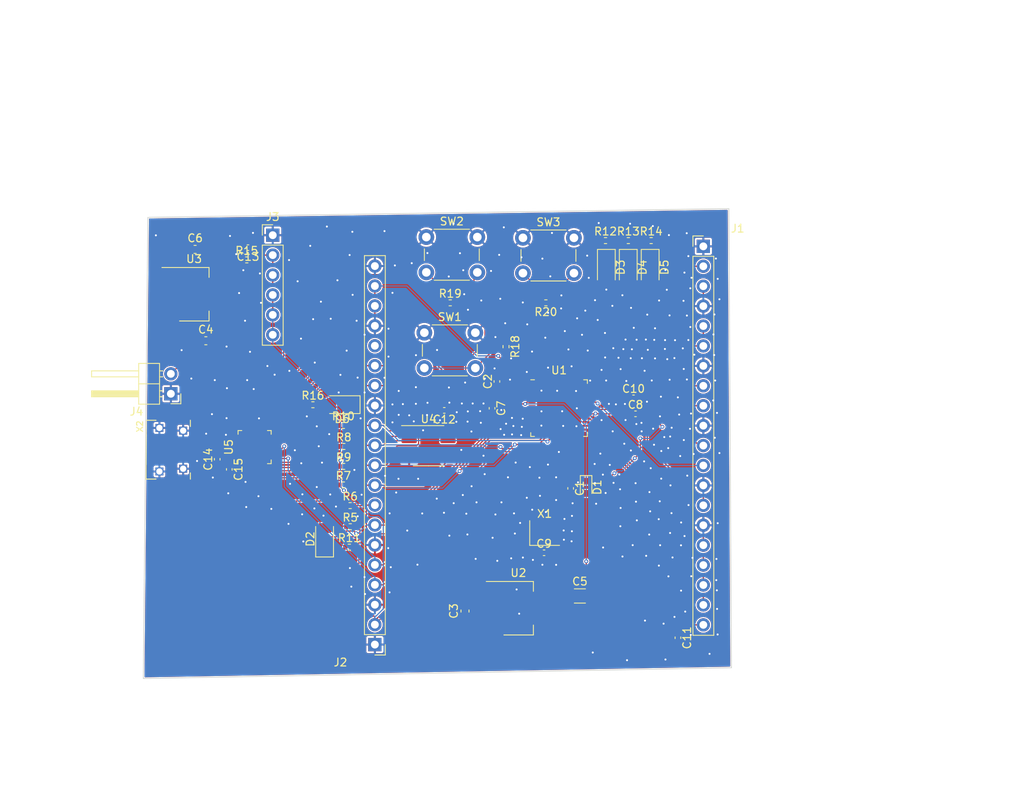
<source format=kicad_pcb>
(kicad_pcb (version 20211014) (generator pcbnew)
  (layers (0 "F.Cu" signal) (31 "B.Cu" signal) (34 "B.Paste" user) (35 "F.Paste" user) (36 "B.SilkS" user "B.Silkscreen") (37 "F.SilkS" user "F.Silkscreen") (38 "B.Mask" user) (39 "F.Mask" user) (44 "Edge.Cuts" user))
  (net 0 "")
  (net 1 "GND")
  (net 2 "+3V3")
  (net 3 "+1V2")
  (net 4 "Net-(D1-Pad1)")
  (net 5 "cdone")
  (net 6 "Net-(D2-Pad1)")
  (net 7 "Net-(D3-Pad1)")
  (net 8 "Net-(D4-Pad1)")
  (net 9 "l1")
  (net 10 "Net-(D5-Pad1)")
  (net 11 "d7")
  (net 12 "d6")
  (net 13 "b2")
  (net 14 "a2")
  (net 15 "b1")
  (net 16 "a1")
  (net 17 "ss")
  (net 18 "miso")
  (net 19 "sck")
  (net 20 "mosi")
  (net 21 "creset")
  (net 22 "fpga_rx")
  (net 23 "fpga_tx")
  (net 25 "DMINUS")
  (net 26 "DPLUS")
  (net 27 "clk")
  (net 35 "+5V")
  (net 36 "swd_rst")
  (net 37 "Net-(D6-Pad2)")
  (net 38 "swd_clk")
  (net 39 "swd_io")
  (net 42 "led_mcu")
  (net 49 "btn1")
  (net 50 "btn2")
  (net 51 "btn3")
  (net 53 "rfrx1_false")
  (net 54 "rfrx0_false")
  (net 55 "rfrx0_true")
  (net 56 "rfrx2_true")
  (net 57 "rfrx2_false")
  (net 58 "notLVDS")
  (net 59 "rfrx3_true")
  (net 60 "notLVDS1")
  (net 61 "rfrx3_false")
  (net 62 "rfrx4_false")
  (net 63 "rfrx4_true")
  (net 64 "rfrx5_true")
  (net 65 "rfrx5_false")
  (footprint "Capacitor_SMD:C_0402_1005Metric" (layer "F.Cu") (at 103.12 103.87 -90)
    (fp_text reference "C7")
    (fp_text value "0.1uF")
  )
  (footprint "Capacitor_SMD:C_0402_1005Metric" (layer "F.Cu") (at 121.412 104.578)
    (fp_text reference "C8")
    (fp_text value "0.1uF")
  )
  (footprint "Capacitor_SMD:C_0402_1005Metric" (layer "F.Cu") (at 121.158 102.546)
    (fp_text reference "C10")
    (fp_text value "0.1uF")
  )
  (footprint "Capacitor_SMD:C_0402_1005Metric" (layer "F.Cu") (at 113.14 114.08 -90)
    (fp_text reference "C1")
    (fp_text value "0.1uF")
  )
  (footprint "Capacitor_SMD:C_0402_1005Metric" (layer "F.Cu") (at 103.74 100.45 90)
    (fp_text reference "C2")
    (fp_text value "0.1uF")
  )
  (footprint "Diode_SMD:D_0603_1608Metric" (layer "F.Cu") (at 115.11 113.94 -90)
    (fp_text reference "D1")
    (fp_text value "CDBU0520")
  )
  (footprint "LED_SMD:LED_1206_3216Metric" (layer "F.Cu") (at 81.77 120.54 90)
    (fp_text reference "D2")
    (fp_text value "LED")
  )
  (footprint "LED_SMD:LED_1206_3216Metric" (layer "F.Cu") (at 117.692 85.9 -90)
    (fp_text reference "D3")
    (fp_text value "LED")
  )
  (footprint "LED_SMD:LED_1206_3216Metric" (layer "F.Cu") (at 120.486 85.9 -90)
    (fp_text reference "D4")
    (fp_text value "LED")
  )
  (footprint "LED_SMD:LED_1206_3216Metric" (layer "F.Cu") (at 123.28 85.9 -90)
    (fp_text reference "D5")
    (fp_text value "LED")
  )
  (footprint "Connector_PinHeader_2.54mm:PinHeader_1x20_P2.54mm_Vertical" (layer "F.Cu") (at 130.058 83.224)
    (fp_text reference "J1")
    (fp_text value "Conn_01x20_Male")
  )
  (footprint "Resistor_SMD:R_0402_1005Metric" (layer "F.Cu") (at 85.04 118.97)
    (fp_text reference "R5")
    (fp_text value "100kOhm")
  )
  (footprint "Resistor_SMD:R_0402_1005Metric" (layer "F.Cu") (at 84.17 113.64)
    (fp_text reference "R7")
    (fp_text value "100kOhm")
  )
  (footprint "Resistor_SMD:R_0402_1005Metric" (layer "F.Cu") (at 84.22 108.74)
    (fp_text reference "R8")
    (fp_text value "100kOhm")
  )
  (footprint "Resistor_SMD:R_0402_1005Metric" (layer "F.Cu") (at 84.2 111.28)
    (fp_text reference "R9")
    (fp_text value "100kOhm")
  )
  (footprint "Resistor_SMD:R_0402_1005Metric" (layer "F.Cu") (at 84.16 106.06)
    (fp_text reference "R10")
    (fp_text value "100kOhm")
  )
  (footprint "Resistor_SMD:R_0402_1005Metric" (layer "F.Cu") (at 84.92 121.58)
    (fp_text reference "R11")
    (fp_text value "R")
  )
  (footprint "Resistor_SMD:R_0402_1005Metric" (layer "F.Cu") (at 117.588 82.492)
    (fp_text reference "R12")
    (fp_text value "R")
  )
  (footprint "Resistor_SMD:R_0402_1005Metric" (layer "F.Cu") (at 120.498 82.492)
    (fp_text reference "R13")
    (fp_text value "R")
  )
  (footprint "Resistor_SMD:R_0402_1005Metric" (layer "F.Cu") (at 123.408 82.492)
    (fp_text reference "R14")
    (fp_text value "R")
  )
  (footprint "Package_DFN_QFN:QFN-48-1EP_7x7mm_P0.5mm_EP5.6x5.6mm" (layer "F.Cu") (at 111.664 103.844)
    (fp_text reference "U1")
    (fp_text value "ICE40UP5K-SG48ITR")
  )
  (footprint "Package_SO:SOIC-8_3.9x4.9mm_P1.27mm" (layer "F.Cu") (at 95.028 108.644)
    (fp_text reference "U4")
    (fp_text value "AT25SF081-SSHD-X")
  )
  (footprint "Capacitor_SMD:C_0402_1005Metric" (layer "F.Cu") (at 109.754 122.294)
    (fp_text reference "C9")
    (fp_text value "0.01uF")
  )
  (footprint "Oscillator:Oscillator_SMD_Abracon_ASE-4Pin_3.2x2.5mm" (layer "F.Cu") (at 109.824 119.774)
    (fp_text reference "X1")
    (fp_text value "ASE-xxxMHz")
  )
  (footprint "Capacitor_SMD:C_0402_1005Metric" (layer "F.Cu") (at 72 83.39 180)
    (fp_text reference "C13")
    (fp_text value "0.1uF")
  )
  (footprint "Capacitor_SMD:C_0402_1005Metric" (layer "F.Cu") (at 68.08 110.37 90)
    (fp_text reference "C14")
    (fp_text value "4.7uF")
  )
  (footprint "Capacitor_SMD:C_0402_1005Metric" (layer "F.Cu") (at 69.62 111.66 -90)
    (fp_text reference "C15")
    (fp_text value "0.1uF")
  )
  (footprint "Connector_PinHeader_2.54mm:PinHeader_1x06_P2.54mm_Vertical" (layer "F.Cu") (at 75.16 81.8)
    (fp_text reference "J3")
    (fp_text value "Conn_01x06_Male")
  )
  (footprint "Resistor_SMD:R_0402_1005Metric" (layer "F.Cu") (at 71.85 84.95)
    (fp_text reference "R15")
    (fp_text value "10kOhm")
  )
  (footprint "Package_DFN_QFN:QFN-24-1EP_4x4mm_P0.5mm_EP2.6x2.6mm" (layer "F.Cu") (at 72.85 108.82 90)
    (fp_text reference "U5")
    (fp_text value "ATSAMD11D14A-M")
  )
  (footprint "Capacitor_SMD:C_0402_1005Metric" (layer "F.Cu") (at 97.028 104.14 180)
    (fp_text reference "C12")
    (fp_text value "0.1uF")
  )
  (footprint "Capacitor_SMD:C_0402_1005Metric" (layer "F.Cu") (at 126.82 133.13 -90)
    (fp_text reference "C11")
    (fp_text value "0.1uF")
  )
  (footprint "Resistor_SMD:R_0402_1005Metric" (layer "F.Cu") (at 104.902 96.012 -90)
    (fp_text reference "R18")
    (fp_text value "R")
  )
  (footprint "Resistor_SMD:R_0402_1005Metric" (layer "F.Cu") (at 97.79 90.424)
    (fp_text reference "R19")
    (fp_text value "R")
  )
  (footprint "Resistor_SMD:R_0402_1005Metric" (layer "F.Cu") (at 109.982 90.424 180)
    (fp_text reference "R20")
    (fp_text value "R")
  )
  (footprint "Button_Switch_THT:SW_PUSH_6mm_H8mm" (layer "F.Cu") (at 94.488 94.234)
    (fp_text reference "SW1")
    (fp_text value "SW_Push")
  )
  (footprint "Button_Switch_THT:SW_PUSH_6mm_H8mm" (layer "F.Cu") (at 94.742 82.042)
    (fp_text reference "SW2")
    (fp_text value "SW_Push")
  )
  (footprint "Button_Switch_THT:SW_PUSH_6mm_H8mm" (layer "F.Cu") (at 107.06 82.14)
    (fp_text reference "SW3")
    (fp_text value "SW_Push")
  )
  (footprint "Resistor_SMD:R_0402_1005Metric" (layer "F.Cu") (at 80.28 103.42)
    (fp_text reference "R16")
    (fp_text value "10kOhm")
  )
  (footprint "Connector_PinHeader_2.54mm:PinHeader_1x20_P2.54mm_Vertical" (layer "F.Cu") (at 88.18 133.998 180)
    (fp_text reference "J2")
    (fp_text value "Conn_01x20_Female")
  )
  (footprint "LED_SMD:LED_1206_3216Metric" (layer "F.Cu") (at 84.01 103.41 180)
    (fp_text reference "D6")
    (fp_text value "LED")
  )
  (footprint "Resistor_SMD:R_0402_1005Metric" (layer "F.Cu") (at 85.03 116.28)
    (fp_text reference "R6")
    (fp_text value "100kOhm")
  )
  (footprint "Capacitor_SMD:C_1206_3216Metric" (layer "F.Cu") (at 114.32 127.8)
    (fp_text reference "C5")
    (fp_text value "22uF")
  )
  (footprint "Capacitor_SMD:C_0603_1608Metric" (layer "F.Cu") (at 66.63 95.26)
    (fp_text reference "C4")
    (fp_text value "10uF")
  )
  (footprint "Capacitor_SMD:C_0603_1608Metric" (layer "F.Cu") (at 65.26 83.61)
    (fp_text reference "C6")
    (fp_text value "10uF")
  )
  (footprint "Capacitor_SMD:C_0603_1608Metric" (layer "F.Cu") (at 99.67 129.72 90)
    (fp_text reference "C3")
    (fp_text value "10uF")
  )
  (footprint "Package_TO_SOT_SMD:SOT-223-3_TabPin2" (layer "F.Cu") (at 65.13 89.33)
    (fp_text reference "U3")
    (fp_text value "NCP1117-3.3_SOT223")
  )
  (footprint "kifootp:FCI_10103594_MILL" (layer "F.Cu") (at 59.00995 109.15 -90)
    (fp_text reference "X2")
    (fp_text value "cyUsb_USBFCI_10103594_MILL")
  )
  (footprint "Package_TO_SOT_SMD:SOT-223-3_TabPin2" (layer "F.Cu") (at 106.48 129.36)
    (fp_text reference "U2")
    (fp_text value "AZ1117-1.2")
  )
  (footprint "Connector_PinHeader_2.54mm:PinHeader_1x02_P2.54mm_Horizontal" (layer "F.Cu") (at 62.17 102.02 180)
    (fp_text reference "J4")
    (fp_text value "Conn_01x02_Male")
  )
  (gr_line (start 58.66 138.32) (end 59.24 79.53) (layer "Edge.Cuts") (width 0.1))
  (gr_line (start 133.64 136.95) (end 58.66 138.32) (layer "Edge.Cuts") (width 0.1))
  (gr_line (start 133.31 78.42) (end 133.64 136.95) (layer "Edge.Cuts") (width 0.1))
  (gr_line (start 59.24 79.53) (end 133.31 78.42) (layer "Edge.Cuts") (width 0.1))
  (via (at 112.4 94.03) (size 0.5) (drill 0.25) (layers "F.Cu" "B.Cu") (net 1))
  (via (at 89.408 81.28) (size 0.5) (drill 0.25) (layers "F.Cu" "B.Cu") (net 1))
  (via (at 94.89 103.17) (size 0.5) (drill 0.25) (layers "F.Cu" "B.Cu") (net 1))
  (via (at 113.39 115.98) (size 0.5) (drill 0.25) (layers "F.Cu" "B.Cu") (net 1))
  (via (at 112.35 117.98) (size 0.5) (drill 0.25) (layers "F.Cu" "B.Cu") (net 1))
  (via (at 106.92 106.24) (size 0.5) (drill 0.25) (layers "F.Cu" "B.Cu") (net 1))
  (via (at 104.21 106.52) (size 0.5) (drill 0.25) (layers "F.Cu" "B.Cu") (net 1))
  (via (at 90.21 124.13) (size 0.5) (drill 0.25) (layers "F.Cu" "B.Cu") (net 1))
  (via (at 123.28 117.01) (size 0.5) (drill 0.25) (layers "F.Cu" "B.Cu") (net 1))
  (via (at 131.35 94.46) (size 0.5) (drill 0.25) (layers "F.Cu" "B.Cu") (net 1))
  (via (at 128.4 88.57) (size 0.5) (drill 0.25) (layers "F.Cu" "B.Cu") (net 1))
  (via (at 105.41 100.22) (size 0.5) (drill 0.25) (layers "F.Cu" "B.Cu") (net 1))
  (via (at 110.55 87.05) (size 0.5) (drill 0.25) (layers "F.Cu" "B.Cu") (net 1))
  (via (at 89.88 121.7) (size 0.5) (drill 0.25) (layers "F.Cu" "B.Cu") (net 1))
  (via (at 124.7 109.32) (size 0.5) (drill 0.25) (layers "F.Cu" "B.Cu") (net 1))
  (via (at 71.628 92.71) (size 0.5) (drill 0.25) (layers "F.Cu" "B.Cu") (net 1))
  (via (at 94.83 104.73) (size 0.5) (drill 0.25) (layers "F.Cu" "B.Cu") (net 1))
  (via (at 128.52 125.28) (size 0.5) (drill 0.25) (layers "F.Cu" "B.Cu") (net 1))
  (via (at 90.73 85.66) (size 0.5) (drill 0.25) (layers "F.Cu" "B.Cu") (net 1))
  (via (at 103.19 120.38) (size 0.5) (drill 0.25) (layers "F.Cu" "B.Cu") (net 1))
  (via (at 106.13 110.79) (size 0.5) (drill 0.25) (layers "F.Cu" "B.Cu") (net 1))
  (via (at 82.06 80.7) (size 0.5) (drill 0.25) (layers "F.Cu" "B.Cu") (net 1))
  (via (at 117.08 98.98) (size 0.5) (drill 0.25) (layers "F.Cu" "B.Cu") (net 1))
  (via (at 131.66 84.78) (size 0.5) (drill 0.25) (layers "F.Cu" "B.Cu") (net 1))
  (via (at 110.76 81.52) (size 0.5) (drill 0.25) (layers "F.Cu" "B.Cu") (net 1))
  (via (at 93.41 101.18) (size 0.5) (drill 0.25) (layers "F.Cu" "B.Cu") (net 1))
  (via (at 112.06 104.25) (size 0.5) (drill 0.25) (layers "F.Cu" "B.Cu") (net 1))
  (via (at 125.18 95.18) (size 0.5) (drill 0.25) (layers "F.Cu" "B.Cu") (net 1))
  (via (at 117.6 114.67) (size 0.5) (drill 0.25) (layers "F.Cu" "B.Cu") (net 1))
  (via (at 100.51 113.81) (size 0.5) (drill 0.25) (layers "F.Cu" "B.Cu") (net 1))
  (via (at 125.4 88.76) (size 0.5) (drill 0.25) (layers "F.Cu" "B.Cu") (net 1))
  (via (at 128.15 95.17) (size 0.5) (drill 0.25) (layers "F.Cu" "B.Cu") (net 1))
  (via (at 73.406 105.156) (size 0.5) (drill 0.25) (layers "F.Cu" "B.Cu") (net 1))
  (via (at 75.4 99.59) (size 0.5) (drill 0.25) (layers "F.Cu" "B.Cu") (net 1))
  (via (at 124.65 102.39) (size 0.5) (drill 0.25) (layers "F.Cu" "B.Cu") (net 1))
  (via (at 116.39 116.04) (size 0.5) (drill 0.25) (layers "F.Cu" "B.Cu") (net 1))
  (via (at 91.75 103.34) (size 0.5) (drill 0.25) (layers "F.Cu" "B.Cu") (net 1))
  (via (at 96.48 105.39) (size 0.5) (drill 0.25) (layers "F.Cu" "B.Cu") (net 1))
  (via (at 124.37 118.01) (size 0.5) (drill 0.25) (layers "F.Cu" "B.Cu") (net 1))
  (via (at 89.916 97.282) (size 0.5) (drill 0.25) (layers "F.Cu" "B.Cu") (net 1))
  (via (at 125.16 96.31) (size 0.5) (drill 0.25) (layers "F.Cu" "B.Cu") (net 1))
  (via (at 103.55 94.79) (size 0.5) (drill 0.25) (layers "F.Cu" "B.Cu") (net 1))
  (via (at 89.41 99.98) (size 0.5) (drill 0.25) (layers "F.Cu" "B.Cu") (net 1))
  (via (at 131.89 118.52) (size 0.5) (drill 0.25) (layers "F.Cu" "B.Cu") (net 1))
  (via (at 99.03 84.1) (size 0.5) (drill 0.25) (layers "F.Cu" "B.Cu") (net 1))
  (via (at 123.66 106.47) (size 0.5) (drill 0.25) (layers "F.Cu" "B.Cu") (net 1))
  (via (at 108.33 123.2) (size 0.5) (drill 0.25) (layers "F.Cu" "B.Cu") (net 1))
  (via (at 74.48 98.48) (size 0.5) (drill 0.25) (layers "F.Cu" "B.Cu") (net 1))
  (via (at 116.2 110.97) (size 0.5) (drill 0.25) (layers "F.Cu" "B.Cu") (net 1))
  (via (at 108.24 116.8) (size 0.5) (drill 0.25) (layers "F.Cu" "B.Cu") (net 1))
  (via (at 131.47 91.91) (size 0.5) (drill 0.25) (layers "F.Cu" "B.Cu") (net 1))
  (via (at 97.6 87.07) (size 0.5) (drill 0.25) (layers "F.Cu" "B.Cu") (net 1))
  (via (at 93.42 97.1) (size 0.5) (drill 0.25) (layers "F.Cu" "B.Cu") (net 1))
  (via (at 127.96 100.2) (size 0.5) (drill 0.25) (layers "F.Cu" "B.Cu") (net 1))
  (via (at 90.9 114.61) (size 0.5) (drill 0.25) (layers "F.Cu" "B.Cu") (net 1))
  (via (at 106.25 126.97) (size 0.5) (drill 0.25) (layers "F.Cu" "B.Cu") (net 1))
  (via (at 125.08 107.54) (size 0.5) (drill 0.25) (layers "F.Cu" "B.Cu") (net 1))
  (via (at 119.44 114.2) (size 0.5) (drill 0.25) (layers "F.Cu" "B.Cu") (net 1))
  (via (at 107.04 90.38) (size 0.5) (drill 0.25) (layers "F.Cu" "B.Cu") (net 1))
  (via (at 121.47 115.78) (size 0.5) (drill 0.25) (layers "F.Cu" "B.Cu") (net 1))
  (via (at 121.55 95.13) (size 0.5) (drill 0.25) (layers "F.Cu" "B.Cu") (net 1))
  (via (at 117.54 97.39) (size 0.5) (drill 0.25) (layers "F.Cu" "B.Cu") (net 1))
  (via (at 106.87 84.62) (size 0.5) (drill 0.25) (layers "F.Cu" "B.Cu") (net 1))
  (via (at 125.76 100.23) (size 0.5) (drill 0.25) (layers "F.Cu" "B.Cu") (net 1))
  (via (at 113.31 117.59) (size 0.5) (drill 0.25) (layers "F.Cu" "B.Cu") (net 1))
  (via (at 111.29 112.67) (size 0.5) (drill 0.25) (layers "F.Cu" "B.Cu") (net 1))
  (via (at 121.19 93.61) (size 0.5) (drill 0.25) (layers "F.Cu" "B.Cu") (net 1))
  (via (at 124.42 90.13) (size 0.5) (drill 0.25) (layers "F.Cu" "B.Cu") (net 1))
  (via (at 104.91 105.84) (size 0.5) (drill 0.25) (layers "F.Cu" "B.Cu") (net 1))
  (via (at 131.89 87.37) (size 0.5) (drill 0.25) (layers "F.Cu" "B.Cu") (net 1))
  (via (at 72.26 96.67) (size 0.5) (drill 0.25) (layers "F.Cu" "B.Cu") (net 1))
  (via (at 128.55 87.23) (size 0.5) (drill 0.25) (layers "F.Cu" "B.Cu") (net 1))
  (via (at 71.9 100.28) (size 0.5) (drill 0.25) (layers "F.Cu" "B.Cu") (net 1))
  (via (at 96.07 115.39) (size 0.5) (drill 0.25) (layers "F.Cu" "B.Cu") (net 1))
  (via (at 65.51 110.59) (size 0.5) (drill 0.25) (layers "F.Cu" "B.Cu") (net 1))
  (via (at 83.566 101.854) (size 0.5) (drill 0.25) (layers "F.Cu" "B.Cu") (net 1))
  (via (at 128.4 93.51) (size 0.5) (drill 0.25) (layers "F.Cu" "B.Cu") (net 1))
  (via (at 111.29 115.57) (size 0.5) (drill 0.25) (layers "F.Cu" "B.Cu") (net 1))
  (via (at 80.772 106.172) (size 0.5) (drill 0.25) (layers "F.Cu" "B.Cu") (net 1))
  (via (at 78.33 87.68) (size 0.5) (drill 0.25) (layers "F.Cu" "B.Cu") (net 1))
  (via (at 113.3 119.55) (size 0.5) (drill 0.25) (layers "F.Cu" "B.Cu") (net 1))
  (via (at 126 117.24) (size 0.5) (drill 0.25) (layers "F.Cu" "B.Cu") (net 1))
  (via (at 81.026 108.712) (size 0.5) (drill 0.25) (layers "F.Cu" "B.Cu") (net 1))
  (via (at 86.93 127.55) (size 0.5) (drill 0.25) (layers "F.Cu" "B.Cu") (net 1))
  (via (at 73.52 86.68) (size 0.5) (drill 0.25) (layers "F.Cu" "B.Cu") (net 1))
  (via (at 117.69 88.74) (size 0.5) (drill 0.25) (layers "F.Cu" "B.Cu") (net 1))
  (via (at 69.32 101.31) (size 0.5) (drill 0.25) (layers "F.Cu" "B.Cu") (net 1))
  (via (at 70.87 89.18) (size 0.5) (drill 0.25) (layers "F.Cu" "B.Cu") (net 1))
  (via (at 83.79 99.61) (size 0.5) (drill 0.25) (layers "F.Cu" "B.Cu") (net 1))
  (via (at 91.19 112.86) (size 0.5) (drill 0.25) (layers "F.Cu" "B.Cu") (net 1))
  (via (at 67.77 100.28) (size 0.5) (drill 0.25) (layers "F.Cu" "B.Cu") (net 1))
  (via (at 71.69 113.26) (size 0.5) (drill 0.25) (layers "F.Cu" "B.Cu") (net 1))
  (via (at 80.518 98.044) (size 0.5) (drill 0.25) (layers "F.Cu" "B.Cu") (net 1))
  (via (at 109.41 106.08) (size 0.5) (drill 0.25) (layers "F.Cu" "B.Cu") (net 1))
  (via (at 104.66 107.25) (size 0.5) (drill 0.25) (layers "F.Cu" "B.Cu") (net 1))
  (via (at 98.57 105.59) (size 0.5) (drill 0.25) (layers "F.Cu" "B.Cu") (net 1))
  (via (at 127.53 90.17) (size 0.5) (drill 0.25) (layers "F.Cu" "B.Cu") (net 1))
  (via (at 86.868 101.854) (size 0.5) (drill 0.25) (layers "F.Cu" "B.Cu") (net 1))
  (via (at 122.77 122.68) (size 0.5) (drill 0.25) (layers "F.Cu" "B.Cu") (net 1))
  (via (at 116.25 90.09) (size 0.5) (drill 0.25) (layers "F.Cu" "B.Cu") (net 1))
  (via (at 126.81 102.48) (size 0.5) (drill 0.25) (layers "F.Cu" "B.Cu") (net 1))
  (via (at 77.24 84.97) (size 0.5) (drill 0.25) (layers "F.Cu" "B.Cu") (net 1))
  (via (at 127.75 129.79) (size 0.5) (drill 0.25) (layers "F.Cu" "B.Cu") (net 1))
  (via (at 130.85 135.18) (size 0.5) (drill 0.25) (layers "F.Cu" "B.Cu") (net 1))
  (via (at 113.26 120.83) (size 0.5) (drill 0.25) (layers "F.Cu" "B.Cu") (net 1))
  (via (at 131.81 129.45) (size 0.5) (drill 0.25) (layers "F.Cu" "B.Cu") (net 1))
  (via (at 120.24 100.39) (size 0.5) (drill 0.25) (layers "F.Cu" "B.Cu") (net 1))
  (via (at 86.36 105.156) (size 0.5) (drill 0.25) (layers "F.Cu" "B.Cu") (net 1))
  (via (at 116.72 80.25) (size 0.5) (drill 0.25) (layers "F.Cu" "B.Cu") (net 1))
  (via (at 98.62 104.37) (size 0.5) (drill 0.25) (layers "F.Cu" "B.Cu") (net 1))
  (via (at 84.96 84.33) (size 0.5) (drill 0.25) (layers "F.Cu" "B.Cu") (net 1))
  (via (at 81.44 110.8) (size 0.5) (drill 0.25) (layers "F.Cu" "B.Cu") (net 1))
  (via (at 107.55 115.28) (size 0.5) (drill 0.25) (layers "F.Cu" "B.Cu") (net 1))
  (via (at 120.95 96.35) (size 0.5) (drill 0.25) (layers "F.Cu" "B.Cu") (net 1))
  (via (at 126.98 104.67) (size 0.5) (drill 0.25) (layers "F.Cu" "B.Cu") (net 1))
  (via (at 63.54 96.46) (size 0.5) (drill 0.25) (layers "F.Cu" "B.Cu") (net 1))
  (via (at 125.58 108.95) (size 0.5) (drill 0.25) (layers "F.Cu" "B.Cu") (net 1))
  (via (at 117.28 121.62) (size 0.5) (drill 0.25) (layers "F.Cu" "B.Cu") (net 1))
  (via (at 85 124.24) (size 0.5) (drill 0.25) (layers "F.Cu" "B.Cu") (net 1))
  (via (at 124.53 104.9) (size 0.5) (drill 0.25) (layers "F.Cu" "B.Cu") (net 1))
  (via (at 101.03 123.07) (size 0.5) (drill 0.25) (layers "F.Cu" "B.Cu") (net 1))
  (via (at 125.83 107.47) (size 0.5) (drill 0.25) (layers "F.Cu" "B.Cu") (net 1))
  (via (at 117.67 100.33) (size 0.5) (drill 0.25) (layers "F.Cu" "B.Cu") (net 1))
  (via (at 100.05 91.31) (size 0.5) (drill 0.25) (layers "F.Cu" "B.Cu") (net 1))
  (via (at 99.45 86.27) (size 0.5) (drill 0.25) (layers "F.Cu" "B.Cu") (net 1))
  (via (at 90.424 103.378) (size 0.5) (drill 0.25) (layers "F.Cu" "B.Cu") (net 1))
  (via (at 111.64 109.44) (size 0.5) (drill 0.25) (layers "F.Cu" "B.Cu") (net 1))
  (via (at 125.23 135.9) (size 0.5) (drill 0.25) (layers "F.Cu" "B.Cu") (net 1))
  (via (at 127.21 121.34) (size 0.5) (drill 0.25) (layers "F.Cu" "B.Cu") (net 1))
  (via (at 110.25 111.05) (size 0.5) (drill 0.25) (layers "F.Cu" "B.Cu") (net 1))
  (via (at 124.39 123.93) (size 0.5) (drill 0.25) (layers "F.Cu" "B.Cu") (net 1))
  (via (at 115.25 84.41) (size 0.5) (drill 0.25) (layers "F.Cu" "B.Cu") (net 1))
  (via (at 80.31 92.51) (size 0.5) (drill 0.25) (layers "F.Cu" "B.Cu") (net 1))
  (via (at 106.7 118.49) (size 0.5) (drill 0.25) (layers "F.Cu" "B.Cu") (net 1))
  (via (at 113.26 98.52) (size 0.5) (drill 0.25) (layers "F.Cu" "B.Cu") (net 1))
  (via (at 103.44 98.79) (size 0.5) (drill 0.25) (layers "F.Cu" "B.Cu") (net 1))
  (via (at 91.22 104.71) (size 0.5) (drill 0.25) (layers "F.Cu" "B.Cu") (net 1))
  (via (at 132.11 89.97) (size 0.5) (drill 0.25) (layers "F.Cu" "B.Cu") (net 1))
  (via (at 109.16 112.72) (size 0.5) (drill 0.25) (layers "F.Cu" "B.Cu") (net 1))
  (via (at 122.19 106.81) (size 0.5) (drill 0.25) (layers "F.Cu" "B.Cu") (net 1))
  (via (at 120.06 103.32) (size 0.5) (drill 0.25) (layers "F.Cu" "B.Cu") (net 1))
  (via (at 109.98 117.1) (size 0.5) (drill 0.25) (layers "F.Cu" "B.Cu") (net 1))
  (via (at 120.82 109.25) (size 0.5) (drill 0.25) (layers "F.Cu" "B.Cu") (net 1))
  (via (at 120.14 95.11) (size 0.5) (drill 0.25) (layers "F.Cu" "B.Cu") (net 1))
  (via (at 102.03 103.26) (size 0.5) (drill 0.25) (layers "F.Cu" "B.Cu") (net 1))
  (via (at 127.22 127.12) (size 0.5) (drill 0.25) (layers "F.Cu" "B.Cu") (net 1))
  (via (at 70.5 84.22) (size 0.5) (drill 0.25) (layers "F.Cu" "B.Cu") (net 1))
  (via (at 131.8 104.46) (size 0.5) (drill 0.25) (layers "F.Cu" "B.Cu") (net 1))
  (via (at 123.9 97.51) (size 0.5) (drill 0.25) (layers "F.Cu" "B.Cu") (net 1))
  (via (at 126.02 106.35) (size 0.5) (drill 0.25) (layers "F.Cu" "B.Cu") (net 1))
  (via (at 118.91 103.37) (size 0.5) (drill 0.25) (layers "F.Cu" "B.Cu") (net 1))
  (via (at 85.852 92.71) (size 0.5) (drill 0.25) (layers "F.Cu" "B.Cu") (net 1))
  (via (at 122.62 130.94) (size 0.5) (drill 0.25) (layers "F.Cu" "B.Cu") (net 1))
  (via (at 119.86 96.33) (size 0.5) (drill 0.25) (layers "F.Cu" "B.Cu") (net 1))
  (via (at 111.96 89.48) (size 0.5) (drill 0.25) (layers "F.Cu" "B.Cu") (net 1))
  (via (at 92.31 119.46) (size 0.5) (drill 0.25) (layers "F.Cu" "B.Cu") (net 1))
  (via (at 83.22 116.4) (size 0.5) (drill 0.25) (layers "F.Cu" "B.Cu") (net 1))
  (via (at 121.52 105.88) (size 0.5) (drill 0.25) (layers "F.Cu" "B.Cu") (net 1))
  (via (at 124.69 112.84) (size 0.5) (drill 0.25) (layers "F.Cu" "B.Cu") (net 1))
  (via (at 127.44 96.23) (size 0.5) (drill 0.25) (layers "F.Cu" "B.Cu") (net 1))
  (via (at 85.57 111.73) (size 0.5) (drill 0.25) (layers "F.Cu" "B.Cu") (net 1))
  (via (at 67.41 104.62) (size 0.5) (drill 0.25) (layers "F.Cu" "B.Cu") (net 1))
  (via (at 99.69 100.59) (size 0.5) (drill 0.25) (layers "F.Cu" "B.Cu") (net 1))
  (via (at 101.14 115.86) (size 0.5) (drill 0.25) (layers "F.Cu" "B.Cu") (net 1))
  (via (at 116.59 92.61) (size 0.5) (drill 0.25) (layers "F.Cu" "B.Cu") (net 1))
  (via (at 89.48 112.48) (size 0.5) (drill 0.25) (layers "F.Cu" "B.Cu") (net 1))
  (via (at 106.83 107.29) (size 0.5) (drill 0.25) (layers "F.Cu" "B.Cu") (net 1))
  (via (at 77.17 118.61) (size 0.5) (drill 0.25) (layers "F.Cu" "B.Cu") (net 1))
  (via (at 94.88 84.08) (size 0.5) (drill 0.25) (layers "F.Cu" "B.Cu") (net 1))
  (via (at 107.61 93.17) (size 0.5) (drill 0.25) (layers "F.Cu" "B.Cu") (net 1))
  (via (at 131.318 102.87) (size 0.5) (drill 0.25) (layers "F.Cu" "B.Cu") (net 1))
  (via (at 127.56 98.86) (size 0.5) (drill 0.25) (layers "F.Cu" "B.Cu") (net 1))
  (via (at 99.98 119.96) (size 0.5) (drill 0.25) (layers "F.Cu" "B.Cu") (net 1))
  (via (at 122.91 91.93) (size 0.5) (drill 0.25) (layers "F.Cu" "B.Cu") (net 1))
  (via (at 111.42 101.64) (size 0.5) (drill 0.25) (layers "F.Cu" "B.Cu") (net 1))
  (via (at 112.19 106.12) (size 0.5) (drill 0.25) (layers "F.Cu" "B.Cu") (net 1))
  (via (at 80.77 113.91) (size 0.5) (drill 0.25) (layers "F.Cu" "B.Cu") (net 1))
  (via (at 69.71 81.9) (size 0.5) (drill 0.25) (layers "F.Cu" "B.Cu") (net 1))
  (via (at 104.3 104.09) (size 0.5) (drill 0.25) (layers "F.Cu" "B.Cu") (net 1))
  (via (at 77.978 109.22) (size 0.5) (drill 0.25) (layers "F.Cu" "B.Cu") (net 1))
  (via (at 116.93 109.65) (size 0.5) (drill 0.25) (layers "F.Cu" "B.Cu") (net 1))
  (via (at 122.57 99.09) (size 0.5) (drill 0.25) (layers "F.Cu" "B.Cu") (net 1))
  (via (at 113.88 106.16) (size 0.5) (drill 0.25) (layers "F.Cu" "B.Cu") (net 1))
  (via (at 73.66 90.424) (size 0.5) (drill 0.25) (layers "F.Cu" "B.Cu") (net 1))
  (via (at 82.55 92.456) (size 0.5) (drill 0.25) (layers "F.Cu" "B.Cu") (net 1))
  (via (at 122.73 95.11) (size 0.5) (drill 0.25) (layers "F.Cu" "B.Cu") (net 1))
  (via (at 103.79 123.32) (size 0.5) (drill 0.25) (layers "F.Cu" "B.Cu") (net 1))
  (via (at 84.582 96.52) (size 0.5) (drill 0.25) (layers "F.Cu" "B.Cu") (net 1))
  (via (at 125.87 113.7) (size 0.5) (drill 0.25) (layers "F.Cu" "B.Cu") (net 1))
  (via (at 117.25 112.33) (size 0.5) (drill 0.25) (layers "F.Cu" "B.Cu") (net 1))
  (via (at 105.15 112.67) (size 0.5) (drill 0.25) (layers "F.Cu" "B.Cu") (net 1))
  (via (at 121.58 118.16) (size 0.5) (drill 0.25) (layers "F.Cu" "B.Cu") (net 1))
  (via (at 109.54 123.82) (size 0.5) (drill 0.25) (layers "F.Cu" "B.Cu") (net 1))
  (via (at 79.06 120.85) (size 0.5) (drill 0.25) (layers "F.Cu" "B.Cu") (net 1))
  (via (at 104.17 89.91) (size 0.5) (drill 0.25) (layers "F.Cu" "B.Cu") (net 1))
  (via (at 127.94 81.55) (size 0.5) (drill 0.25) (layers "F.Cu" "B.Cu") (net 1))
  (via (at 126.37 97.47) (size 0.5) (drill 0.25) (layers "F.Cu" "B.Cu") (net 1))
  (via (at 115.32 96.51) (size 0.5) (drill 0.25) (layers "F.Cu" "B.Cu") (net 1))
  (via (at 90.06 117.27) (size 0.5) (drill 0.25) (layers "F.Cu" "B.Cu") (net 1))
  (via (at 127.66 120.16) (size 0.5) (drill 0.25) (layers "F.Cu" "B.Cu") (net 1))
  (via (at 117.52 94.27) (size 0.5) (drill 0.25) (layers "F.Cu" "B.Cu") (net 1))
  (via (at 114.59 94.5) (size 0.5) (drill 0.25) (layers "F.Cu" "B.Cu") (net 1))
  (via (at 105.66 105.1) (size 0.5) (drill 0.25) (layers "F.Cu" "B.Cu") (net 1))
  (via (at 123.19 114.554) (size 0.5) (drill 0.25) (layers "F.Cu" "B.Cu") (net 1))
  (via (at 93.14 105.54) (size 0.5) (drill 0.25) (layers "F.Cu" "B.Cu") (net 1))
  (via (at 115.96 135.01) (size 0.5) (drill 0.25) (layers "F.Cu" "B.Cu") (net 1))
  (via (at 108.22 96.64) (size 0.5) (drill 0.25) (layers "F.Cu" "B.Cu") (net 1))
  (via (at 77.37 113.5) (size 0.5) (drill 0.25) (layers "F.Cu" "B.Cu") (net 1))
  (via (at 82.36 107.17) (size 0.5) (drill 0.25) (layers "F.Cu" "B.Cu") (net 1))
  (via (at 85.344 89.408) (size 0.5) (drill 0.25) (layers "F.Cu" "B.Cu") (net 1))
  (via (at 81.63 117.56) (size 0.5) (drill 0.25) (layers "F.Cu" "B.Cu") (net 1))
  (via (at 119.35 112.31) (size 0.5) (drill 0.25) (layers "F.Cu" "B.Cu") (net 1))
  (via (at 119.75 122.77) (size 0.5) (drill 0.25) (layers "F.Cu" "B.Cu") (net 1))
  (via (at 99.39 114.93) (size 0.5) (drill 0.25) (layers "F.Cu" "B.Cu") (net 1))
  (via (at 72.73 101.42) (size 0.5) (drill 0.25) (layers "F.Cu" "B.Cu") (net 1))
  (via (at 80.47 116.64) (size 0.5) (drill 0.25) (layers "F.Cu" "B.Cu") (net 1))
  (via (at 119.48 118.91) (size 0.5) (drill 0.25) (layers "F.Cu" "B.Cu") (net 1))
  (via (at 123.77 108.52) (size 0.5) (drill 0.25) (layers "F.Cu" "B.Cu") (net 1))
  (via (at 120.33 135.99) (size 0.5) (drill 0.25) (layers "F.Cu" "B.Cu") (net 1))
  (via (at 123.8 95.15) (size 0.5) (drill 0.25) (layers "F.Cu" "B.Cu") (net 1))
  (via (at 64.78 100.08) (size 0.5) (drill 0.25) (layers "F.Cu" "B.Cu") (net 1))
  (via (at 110.27 91.7) (size 0.5) (drill 0.25) (layers "F.Cu" "B.Cu") (net 1))
  (via (at 99.57 89.33) (size 0.5) (drill 0.25) (layers "F.Cu" "B.Cu") (net 1))
  (via (at 125.67 81.79) (size 0.5) (drill 0.25) (layers "F.Cu" "B.Cu") (net 1))
  (via (at 71.78 116.46) (size 0.5) (drill 0.25) (layers "F.Cu" "B.Cu") (net 1))
  (via (at 83.41 87.55) (size 0.5) (drill 0.25) (layers "F.Cu" "B.Cu") (net 1))
  (via (at 105.56 123) (size 0.5) (drill 0.25) (layers "F.Cu" "B.Cu") (net 1))
  (via (at 79.94 83.16) (size 0.5) (drill 0.25) (layers "F.Cu" "B.Cu") (net 1))
  (via (at 99.84 117.31) (size 0.5) (drill 0.25) (layers "F.Cu" "B.Cu") (net 1))
  (via (at 118.61 113.38) (size 0.5) (drill 0.25) (layers "F.Cu" "B.Cu") (net 1))
  (via (at 72.64 81.51) (size 0.5) (drill 0.25) (layers "F.Cu" "B.Cu") (net 1))
  (via (at 126.38 130.47) (size 0.5) (drill 0.25) (layers "F.Cu" "B.Cu") (net 1))
  (via (at 110.26 98.69) (size 0.5) (drill 0.25) (layers "F.Cu" "B.Cu") (net 1))
  (via (at 89.916 93.726) (size 0.5) (drill 0.25) (layers "F.Cu" "B.Cu") (net 1))
  (via (at 66.67 107.11) (size 0.5) (drill 0.25) (layers "F.Cu" "B.Cu") (net 1))
  (via (at 69.27 96) (size 0.5) (drill 0.25) (layers "F.Cu" "B.Cu") (net 1))
  (via (at 121.05 121.32) (size 0.5) (drill 0.25) (layers "F.Cu" "B.Cu") (net 1))
  (via (at 93.61 123.81) (size 0.5) (drill 0.25) (layers "F.Cu" "B.Cu") (net 1))
  (via (at 125.61 125.3) (size 0.5) (drill 0.25) (layers "F.Cu" "B.Cu") (net 1))
  (via (at 93.7 112.86) (size 0.5) (drill 0.25) (layers "F.Cu" "B.Cu") (net 1))
  (via (at 115.63 100.34) (size 0.5) (drill 0.25) (layers "F.Cu" "B.Cu") (net 1))
  (via (at 97.62 101.22) (size 0.5) (drill 0.25) (layers "F.Cu" "B.Cu") (net 1))
  (via (at 96.11 96.44) (size 0.5) (drill 0.25) (layers "F.Cu" "B.Cu") (net 1))
  (via (at 119.98 108.39) (size 0.5) (drill 0.25) (layers "F.Cu" "B.Cu") (net 1))
  (via (at 125.22 86.24) (size 0.5) (drill 0.25) (layers "F.Cu" "B.Cu") (net 1))
  (via (at 119.24 97.43) (size 0.5) (drill 0.25) (layers "F.Cu" "B.Cu") (net 1))
  (via (at 122.87 103.03) (size 0.5) (drill 0.25) (layers "F.Cu" "B.Cu") (net 1))
  (via (at 131.71 125.78) (size 0.5) (drill 0.25) (layers "F.Cu" "B.Cu") (net 1))
  (via (at 69.19 107.25) (size 0.5) (drill 0.25) (layers "F.Cu" "B.Cu") (net 1))
  (via (at 123.9 93.67) (size 0.5) (drill 0.25) (layers "F.Cu" "B.Cu") (net 1))
  (via (at 131.572 100.33) (size 0.5) (drill 0.25) (layers "F.Cu" "B.Cu") (net 1))
  (via (at 100 105.57) (size 0.5) (drill 0.25) (layers "F.Cu" "B.Cu") (net 1))
  (via (at 112.25 119.45) (size 0.5) (drill 0.25) (layers "F.Cu" "B.Cu") (net 1))
  (via (at 131.44 97.08) (size 0.5) (drill 0.25) (layers "F.Cu" "B.Cu") (net 1))
  (via (at 119.51 116.58) (size 0.5) (drill 0.25) (layers "F.Cu" "B.Cu") (net 1))
  (via (at 85.18 126.61) (size 0.5) (drill 0.25) (layers "F.Cu" "B.Cu") (net 1))
  (via (at 101.69 105.72) (size 0.5) (drill 0.25) (layers "F.Cu" "B.Cu") (net 1))
  (via (at 118.58 96.21) (size 0.5) (drill 0.25) (layers "F.Cu" "B.Cu") (net 1))
  (via (at 126.45 95.19) (size 0.5) (drill 0.25) (layers "F.Cu" "B.Cu") (net 1))
  (via (at 122.98 96.42) (size 0.5) (drill 0.25) (layers "F.Cu" "B.Cu") (net 1))
  (via (at 114.08 113.31) (size 0.5) (drill 0.25) (layers "F.Cu" "B.Cu") (net 1))
  (via (at 85.99 117.64) (size 0.5) (drill 0.25) (layers "F.Cu" "B.Cu") (net 1))
  (via (at 104.62 80.8) (size 0.5) (drill 0.25) (layers "F.Cu" "B.Cu") (net 1))
  (via (at 128.17 116.21) (size 0.5) (drill 0.25) (layers "F.Cu" "B.Cu") (net 1))
  (via (at 120.84 91.07) (size 0.5) (drill 0.25) (layers "F.Cu" "B.Cu") (net 1))
  (via (at 106.03 119.84) (size 0.5) (drill 0.25) (layers "F.Cu" "B.Cu") (net 1))
  (via (at 128.46 132.76) (size 0.5) (drill 0.25) (layers "F.Cu" "B.Cu") (net 1))
  (via (at 90.424 89.154) (size 0.5) (drill 0.25) (layers "F.Cu" "B.Cu") (net 1))
  (via (at 78.91 117.39) (size 0.5) (drill 0.25) (layers "F.Cu" "B.Cu") (net 1))
  (via (at 115.45 87.24) (size 0.5) (drill 0.25) (layers "F.Cu" "B.Cu") (net 1))
  (via (at 91.22 101.66) (size 0.5) (drill 0.25) (layers "F.Cu" "B.Cu") (net 1))
  (via (at 100.65 103.26) (size 0.5) (drill 0.25) (layers "F.Cu" "B.Cu") (net 1))
  (via (at 122.23 97.49) (size 0.5) (drill 0.25) (layers "F.Cu" "B.Cu") (net 1))
  (via (at 105.67 107.2) (size 0.5) (drill 0.25) (layers "F.Cu" "B.Cu") (net 1))
  (via (at 126.13 122.89) (size 0.5) (drill 0.25) (layers "F.Cu" "B.Cu") (net 1))
  (via (at 104.8 93.03) (size 0.5) (drill 0.25) (layers "F.Cu" "B.Cu") (net 1))
  (via (at 113.97 92.4) (size 0.5) (drill 0.25) (layers "F.Cu" "B.Cu") (net 1))
  (via (at 109.54 84.79) (size 0.5) (drill 0.25) (layers "F.Cu" "B.Cu") (net 1))
  (via (at 97.68 120.11) (size 0.5) (drill 0.25) (layers "F.Cu" "B.Cu") (net 1))
  (via (at 118.46 90.81) (size 0.5) (drill 0.25) (layers "F.Cu" "B.Cu") (net 1))
  (via (at 93.41 103.3) (size 0.5) (drill 0.25) (layers "F.Cu" "B.Cu") (net 1))
  (via (at 107.05 122.9) (size 0.5) (drill 0.25) (layers "F.Cu" "B.Cu") (net 1))
  (via (at 105.92 117.27) (size 0.5) (drill 0.25) (layers "F.Cu" "B.Cu") (net 1))
  (via (at 112.86 96.37) (size 0.5) (drill 0.25) (layers "F.Cu" "B.Cu") (net 1))
  (via (at 131.52 107.63) (size 0.5) (drill 0.25) (layers "F.Cu" "B.Cu") (net 1))
  (via (at 112.28 120.63) (size 0.5) (drill 0.25) (layers "F.Cu" "B.Cu") (net 1))
  (via (at 122.51 110.64) (size 0.5) (drill 0.25) (layers "F.Cu" "B.Cu") (net 1))
  (via (at 101.6 104.24) (size 0.5) (drill 0.25) (layers "F.Cu" "B.Cu") (net 1))
  (via (at 125.75 92.03) (size 0.5) (drill 0.25) (layers "F.Cu" "B.Cu") (net 1))
  (via (at 74.98 116.7) (size 0.5) (drill 0.25) (layers "F.Cu" "B.Cu") (net 1))
  (via (at 90.05 127.34) (size 0.5) (drill 0.25) (layers "F.Cu" "B.Cu") (net 1))
  (via (at 120.72 80.34) (size 0.5) (drill 0.25) (layers "F.Cu" "B.Cu") (net 1))
  (via (at 82.49 114.86) (size 0.5) (drill 0.25) (layers "F.Cu" "B.Cu") (net 1))
  (via (at 118.02 103.31) (size 0.5) (drill 0.25) (layers "F.Cu" "B.Cu") (net 1))
  (via (at 103.55 117.41) (size 0.5) (drill 0.25) (layers "F.Cu" "B.Cu") (net 1))
  (via (at 128.01 112.46) (size 0.5) (drill 0.25) (layers "F.Cu" "B.Cu") (net 1))
  (via (at 107.55 99.24) (size 0.5) (drill 0.25) (layers "F.Cu" "B.Cu") (net 1))
  (via (at 127.96 92.05) (size 0.5) (drill 0.25) (layers "F.Cu" "B.Cu") (net 1))
  (via (at 100.03 104.27) (size 0.5) (drill 0.25) (layers "F.Cu" "B.Cu") (net 1))
  (via (at 102.99 86.36) (size 0.5) (drill 0.25) (layers "F.Cu" "B.Cu") (net 1))
  (via (at 119.74 89.46) (size 0.5) (drill 0.25) (layers "F.Cu" "B.Cu") (net 1))
  (via (at 78.94 114.84) (size 0.5) (drill 0.25) (layers "F.Cu" "B.Cu") (net 1))
  (via (at 109.42 104.26) (size 0.5) (drill 0.25) (layers "F.Cu" "B.Cu") (net 1))
  (via (at 128.82 109.7) (size 0.5) (drill 0.25) (layers "F.Cu" "B.Cu") (net 1))
  (via (at 69.27 105.13) (size 0.5) (drill 0.25) (layers "F.Cu" "B.Cu") (net 1))
  (via (at 120.14 105.37) (size 0.5) (drill 0.25) (layers "F.Cu" "B.Cu") (net 1))
  (via (at 71.41 86.27) (size 0.5) (drill 0.25) (layers "F.Cu" "B.Cu") (net 1))
  (via (at 105.55 97.51) (size 0.5) (drill 0.25) (layers "F.Cu" "B.Cu") (net 1))
  (via (at 106.58 130.06) (size 0.5) (drill 0.25) (layers "F.Cu" "B.Cu") (net 1))
  (via (at 128.49 104.54) (size 0.5) (drill 0.25) (layers "F.Cu" "B.Cu") (net 1))
  (via (at 131.88 132.71) (size 0.5) (drill 0.25) (layers "F.Cu" "B.Cu") (net 1))
  (via (at 113.83 101.67) (size 0.5) (drill 0.25) (layers "F.Cu" "B.Cu") (net 1))
  (via (at 73.34 115.08) (size 0.5) (drill 0.25) (layers "F.Cu" "B.Cu") (net 1))
  (via (at 85.31 81.37) (size 0.5) (drill 0.25) (layers "F.Cu" "B.Cu") (net 1))
  (via (at 98.23 115.97) (size 0.5) (drill 0.25) (layers "F.Cu" "B.Cu") (net 1))
  (via (at 124.5 115.73) (size 0.5) (drill 0.25) (layers "F.Cu" "B.Cu") (net 1))
  (via (at 113.93 103.87) (size 0.5) (drill 0.25) (layers "F.Cu" "B.Cu") (net 1))
  (via (at 123.16 119.97) (size 0.5) (drill 0.25) (layers "F.Cu" "B.Cu") (net 1))
  (via (at 104.03 84.31) (size 0.5) (drill 0.25) (layers "F.Cu" "B.Cu") (net 1))
  (via (at 127.65 86.57) (size 0.5) (drill 0.25) (layers "F.Cu" "B.Cu") (net 1))
  (via (at 67.52 112.7) (size 0.5) (drill 0.25) (layers "F.Cu" "B.Cu") (net 1))
  (via (at 109.23 115.03) (size 0.5) (drill 0.25) (layers "F.Cu" "B.Cu") (net 1))
  (via (at 85.98 99.96) (size 0.5) (drill 0.25) (layers "F.Cu" "B.Cu") (net 1))
  (via (at 99.2 109.18) (size 0.5) (drill 0.25) (layers "F.Cu" "B.Cu") (net 1))
  (via (at 123.35 111.51) (size 0.5) (drill 0.25) (layers "F.Cu" "B.Cu") (net 1))
  (via (at 77.28 99.1) (size 0.5) (drill 0.25) (layers "F.Cu" "B.Cu") (net 1))
  (via (at 120.8 97.49) (size 0.5) (drill 0.25) (layers "F.Cu" "B.Cu") (net 1))
  (via (at 118.13 111.09) (size 0.5) (drill 0.25) (layers "F.Cu" "B.Cu") (net 1))
  (via (at 92.56 104.77) (size 0.5) (drill 0.25) (layers "F.Cu" "B.Cu") (net 1))
  (via (at 128.15 84.47) (size 0.5) (drill 0.25) (layers "F.Cu" "B.Cu") (net 1))
  (via (at 123.48 100.33) (size 0.5) (drill 0.25) (layers "F.Cu" "B.Cu") (net 1))
  (via (at 86.86 125.39) (size 0.5) (drill 0.25) (layers "F.Cu" "B.Cu") (net 1))
  (via (at 125.82 119.77) (size 0.5) (drill 0.25) (layers "F.Cu" "B.Cu") (net 1))
  (via (at 125.46 97.61) (size 0.5) (drill 0.25) (layers "F.Cu" "B.Cu") (net 1))
  (via (at 121.42 113.42) (size 0.5) (drill 0.25) (layers "F.Cu" "B.Cu") (net 1))
  (via (at 109.91 94.87) (size 0.5) (drill 0.25) (layers "F.Cu" "B.Cu") (net 1))
  (via (at 109.42 101.62) (size 0.5) (drill 0.25) (layers "F.Cu" "B.Cu") (net 1))
  (via (at 94.22 117.28) (size 0.5) (drill 0.25) (layers "F.Cu" "B.Cu") (net 1))
  (via (at 102.03 109.92) (size 0.5) (drill 0.25) (layers "F.Cu" "B.Cu") (net 1))
  (via (at 116.24 113.41) (size 0.5) (drill 0.25) (layers "F.Cu" "B.Cu") (net 1))
  (via (at 107.03 105.2) (size 0.5) (drill 0.25) (layers "F.Cu" "B.Cu") (net 1))
  (via (at 128.36 106.49) (size 0.5) (drill 0.25) (layers "F.Cu" "B.Cu") (net 1))
  (via (at 104.32 115.86) (size 0.5) (drill 0.25) (layers "F.Cu" "B.Cu") (net 1))
  (via (at 124.99 131.33) (size 0.5) (drill 0.25) (layers "F.Cu" "B.Cu") (net 1))
  (via (at 119.51 98.88) (size 0.5) (drill 0.25) (layers "F.Cu" "B.Cu") (net 1))
  (via (at 131.78 127.08) (size 0.5) (drill 0.25) (layers "F.Cu" "B.Cu") (net 1))
  (via (at 96.99 117.19) (size 0.5) (drill 0.25) (layers "F.Cu" "B.Cu") (net 1))
  (via (at 131.73 123.08) (size 0.5) (drill 0.25) (layers "F.Cu" "B.Cu") (net 1))
  (via (at 123.62 80.64) (size 0.5) (drill 0.25) (layers "F.Cu" "B.Cu") (net 1))
  (via (at 98.21 80.34) (size 0.5) (drill 0.25) (layers "F.Cu" "B.Cu") (net 1))
  (via (at 69.49 114.71) (size 0.5) (drill 0.25) (layers "F.Cu" "B.Cu") (net 1))
  (via (at 81.3 90.28) (size 0.5) (drill 0.25) (layers "F.Cu" "B.Cu") (net 1))
  (via (at 132.11 109.58) (size 0.5) (drill 0.25) (layers "F.Cu" "B.Cu") (net 1))
  (via (at 127.11 109.96) (size 0.5) (drill 0.25) (layers "F.Cu" "B.Cu") (net 1))
  (via (at 115.01 91.42) (size 0.5) (drill 0.25) (layers "F.Cu" "B.Cu") (net 1))
  (via (at 100.49 106.83) (size 0.5) (drill 0.25) (layers "F.Cu" "B.Cu") (net 1))
  (via (at 78.76 94.99) (size 0.5) (drill 0.25) (layers "F.Cu" "B.Cu") (net 1))
  (via (at 94.33 106.68) (size 0.5) (drill 0.25) (layers "F.Cu" "B.Cu") (net 1))
  (via (at 60.26 81.82) (size 0.5) (drill 0.25) (layers "F.Cu" "B.Cu") (net 1))
  (via (at 124.55 121.33) (size 0.5) (drill 0.25) (layers "F.Cu" "B.Cu") (net 1))
  (via (at 79.502 104.902) (size 0.5) (drill 0.25) (layers "F.Cu" "B.Cu") (net 1))
  (via (at 92.88 85.37) (size 0.5) (drill 0.25) (layers "F.Cu" "B.Cu") (net 1))
  (via (at 86.49 114.89) (size 0.5) (drill 0.25) (layers "F.Cu" "B.Cu") (net 1))
  (via (at 102.18 112.27) (size 0.5) (drill 0.25) (layers "F.Cu" "B.Cu") (net 1))
  (via (at 127.57 107.92) (size 0.5) (drill 0.25) (layers "F.Cu" "B.Cu") (net 1))
  (via (at 107.94 111.37) (size 0.5) (drill 0.25) (layers "F.Cu" "B.Cu") (net 1))
  (via (at 111.93 91.14) (size 0.5) (drill 0.25) (layers "F.Cu" "B.Cu") (net 1))
  (via (at 105.84 106.13) (size 0.5) (drill 0.25) (layers "F.Cu" "B.Cu") (net 1))
  (via (at 78.8 110.88) (size 0.5) (drill 0.25) (layers "F.Cu" "B.Cu") (net 1))
  (via (at 128.91 97.04) (size 0.5) (drill 0.25) (layers "F.Cu" "B.Cu") (net 1))
  (via (at 97.68 103.15) (size 0.5) (drill 0.25) (layers "F.Cu" "B.Cu") (net 1))
  (via (at 99.27 103.26) (size 0.5) (drill 0.25) (layers "F.Cu" "B.Cu") (net 1))
  (via (at 102.2 100.08) (size 0.5) (drill 0.25) (layers "F.Cu" "B.Cu") (net 1))
  (via (at 90.424 105.664) (size 0.5) (drill 0.25) (layers "F.Cu" "B.Cu") (net 1))
  (via (at 127.23 118.43) (size 0.5) (drill 0.25) (layers "F.Cu" "B.Cu") (net 1))
  (via (at 118.5 106.81) (size 0.5) (drill 0.25) (layers "F.Cu" "B.Cu") (net 1))
  (via (at 128.68 122.94) (size 0.5) (drill 0.25) (layers "F.Cu" "B.Cu") (net 1))
  (via (at 111.29 123.83) (size 0.5) (drill 0.25) (layers "F.Cu" "B.Cu") (net 1))
  (via (at 101.75 90.13) (size 0.5) (drill 0.25) (layers "F.Cu" "B.Cu") (net 1))
  (via (at 86.868 94.488) (size 0.5) (drill 0.25) (layers "F.Cu" "B.Cu") (net 1))
  (via (at 122.17 105.73) (size 0.5) (drill 0.25) (layers "F.Cu" "B.Cu") (net 1))
  (via (at 117.08 105.38) (size 0.5) (drill 0.25) (layers "F.Cu" "B.Cu") (net 1))
  (segment (start 101.4507 100.93) (end 103.74 100.93) (width 0.15) (layer "F.Cu") (net 2))
  (segment (start 109.9423 90.9737) (end 110.492 90.424) (width 0.15) (layer "F.Cu") (net 2))
  (segment (start 69.29 110.85) (end 69.62 111.18) (width 0.15) (layer "F.Cu") (net 2))
  (segment (start 88.18 130.383) (end 88.0455 130.383) (width 0.15) (layer "F.Cu") (net 2))
  (segment (start 68.9146 84.95) (end 71.34 84.95) (width 0.15) (layer "F.Cu") (net 2))
  (segment (start 83.794 110.536) (end 83.69 110.64) (width 0.15) (layer "F.Cu") (net 2))
  (segment (start 109.274 121.7581) (end 114.2008 121.7581) (width 0.15) (layer "F.Cu") (net 2))
  (segment (start 108.0625 100.93) (end 108.2265 101.094) (width 0.15) (layer "F.Cu") (net 2))
  (segment (start 116.1025 114.7275) (end 118.675041 112.154959) (width 0.15) (layer "F.Cu") (net 2))
  (segment (start 94.1543 85.3165) (end 103.3591 85.3165) (width 0.15) (layer "F.Cu") (net 2))
  (segment (start 115.1015 102.594) (end 120.63 102.594) (width 0.15) (layer "F.Cu") (net 2))
  (segment (start 108.774 121.7581) (end 108.774 121.3743) (width 0.15) (layer "F.Cu") (net 2))
  (segment (start 68.08 86.05) (end 66.98 84.95) (width 0.15) (layer "F.Cu") (net 2))
  (segment (start 75.2944 90.8847) (end 76.2453 89.9338) (width 0.15) (layer "F.Cu") (net 2))
  (segment (start 113.414 107.2815) (end 113.414 113.326) (width 0.15) (layer "F.Cu") (net 2))
  (segment (start 108.774 120.599) (end 108.774 121.3743) (width 0.15) (layer "F.Cu") (net 2))
  (segment (start 88.18 131.458) (end 88.18 130.9205) (width 0.15) (layer "F.Cu") (net 2))
  (segment (start 121.392 132.65) (end 104.28 132.65) (width 0.15) (layer "F.Cu") (net 2))
  (segment (start 75.6561 85.8) (end 72.19 85.8) (width 0.15) (layer "F.Cu") (net 2))
  (segment (start 102.2209 95.502) (end 99.7619 97.961) (width 0.15) (layer "F.Cu") (net 2))
  (segment (start 92.7303 86.8211) (end 80.3639 86.8211) (width 0.15) (layer "F.Cu") (net 2))
  (segment (start 104.28 132.65) (end 103.43 131.8) (width 0.15) (layer "F.Cu") (net 2))
  (segment (start 108.774 120.599) (end 108.774 118.949) (width 0.15) (layer "F.Cu") (net 2))
  (segment (start 80.2707 120.254) (end 85.4997 120.254) (width 0.15) (layer "F.Cu") (net 2))
  (segment (start 85.4997 120.254) (end 85.5302 120.285) (width 0.15) (layer "F.Cu") (net 2))
  (segment (start 114.38 114.84) (end 114.9975 114.84) (width 0.15) (layer "F.Cu") (net 2))
  (segment (start 86.2663 118.838) (end 85.8205 118.392) (width 0.15) (layer "F.Cu") (net 2))
  (segment (start 97.28 90.424) (end 98.9456 92.0896) (width 0.15) (layer "F.Cu") (net 2))
  (segment (start 122.03 109.52) (end 122.03 107.71) (width 0.15) (layer "F.Cu") (net 2))
  (segment (start 109.0163 90.9737) (end 109.9423 90.9737) (width 0.15) (layer "F.Cu") (net 2))
  (segment (start 84.2277 114.325) (end 83.66 113.758) (width 0.15) (layer "F.Cu") (net 2))
  (segment (start 102.2209 95.502) (end 104.902 95.502) (width 0.15) (layer "F.Cu") (net 2))
  (segment (start 64.78 84.95) (end 64.56 84.73) (width 0.15) (layer "F.Cu") (net 2))
  (segment (start 91.0629 108.644) (end 93.5014 108.644) (width 0.15) (layer "F.Cu") (net 2))
  (segment (start 86.2663 120.159) (end 86.2663 118.838) (width 0.15) (layer "F.Cu") (net 2))
  (segment (start 85.5302 120.285) (end 86.1405 120.285) (width 0.15) (layer "F.Cu") (net 2))
  (segment (start 64.56 84.73) (end 64.56 83.81) (width 0.15) (layer "F.Cu") (net 2))
  (segment (start 84.9966 107.453) (end 84.9966 107.407) (width 0.15) (layer "F.Cu") (net 2))
  (segment (start 99.7619 99.2412) (end 101.4507 100.93) (width 0.15) (layer "F.Cu") (net 2))
  (segment (start 68.08 110.85) (end 69.29 110.85) (width 0.15) (layer "F.Cu") (net 2))
  (segment (start 103.35 131.72) (end 103.29 131.66) (width 0.15) (layer "F.Cu") (net 2))
  (segment (start 66.98 84.95) (end 64.78 84.95) (width 0.15) (layer "F.Cu") (net 2))
  (segment (start 97.503 106.739) (end 97.508 106.734) (width 0.15) (layer "F.Cu") (net 2))
  (segment (start 99.65 130.59) (end 89.04 130.59) (width 0.15) (layer "F.Cu") (net 2))
  (segment (start 72.19 85.8) (end 71.34 84.95) (width 0.15) (layer "F.Cu") (net 2))
  (segment (start 102.22 130.59) (end 99.65 130.59) (width 0.15) (layer "F.Cu") (net 2))
  (segment (start 84.9966 107.407) (end 83.65 106.06) (width 0.15) (layer "F.Cu") (net 2))
  (segment (start 89.8912 109.816) (end 84.5146 109.816) (width 0.15) (layer "F.Cu") (net 2))
  (segment (start 127.986 131.484) (end 126.82 132.65) (width 0.15) (layer "F.Cu") (net 2))
  (segment (start 121.313876 110.236124) (end 122.03 109.52) (width 0.15) (layer "F.Cu") (net 2))
  (segment (start 103.74 100.93) (end 108.0625 100.93) (width 0.15) (layer "F.Cu") (net 2))
  (segment (start 86.1405 120.285) (end 86.2663 120.159) (width 0.15) (layer "F.Cu") (net 2))
  (segment (start 93.7539 107.453) (end 93.8374 107.453) (width 0.15) (layer "F.Cu") (net 2))
  (segment (start 71.0295 82.8351) (end 68.9146 84.95) (width 0.15) (layer "F.Cu") (net 2))
  (segment (start 97.3424 121.7581) (end 108.774 121.7581) (width 0.15) (layer "F.Cu") (net 2))
  (segment (start 103.43 131.8) (end 103.35 131.72) (width 0.15) (layer "F.Cu") (net 2))
  (segment (start 103.3591 85.3165) (end 109.0163 90.9737) (width 0.15) (layer "F.Cu") (net 2))
  (segment (start 92.9451 86.6063) (end 92.9451 86.5257) (width 0.15) (layer "F.Cu") (net 2))
  (segment (start 93.5014 108.644) (end 93.7539 108.3915) (width 0.15) (layer "F.Cu") (net 2))
  (segment (start 96.789 107.453) (end 97.503 106.739) (width 0.15) (layer "F.Cu") (net 2))
  (segment (start 120.63 102.594) (end 120.678 102.546) (width 0.15) (layer "F.Cu") (net 2))
  (segment (start 84.9966 107.453) (end 93.7539 107.453) (width 0.15) (layer "F.Cu") (net 2))
  (segment (start 75.16 91.96) (end 75.16 90.8847) (width 0.15) (layer "F.Cu") (net 2))
  (segment (start 72.9456 82.8351) (end 71.0295 82.8351) (width 0.15) (layer "F.Cu") (net 2))
  (segment (start 83.66 113.758) (end 83.66 113.64) (width 0.15) (layer "F.Cu") (net 2))
  (segment (start 114.2008 121.7581) (end 114.2008 115.0192) (width 0.15) (layer "F.Cu") (net 2))
  (segment (start 100.6237 92.0896) (end 102.2209 93.6868) (width 0.15) (layer "F.Cu") (net 2))
  (segment (start 76.528 82.9852) (end 73.0957 82.9852) (width 0.15) (layer "F.Cu") (net 2))
  (segment (start 83.71 108.74) (end 84.9966 107.453) (width 0.15) (layer "F.Cu") (net 2))
  (segment (start 88.18 130.9205) (end 97.3424 121.7581) (width 0.15) (layer "F.Cu") (net 2))
  (segment (start 108.774 121.7581) (end 109.274 121.7581) (width 0.15) (layer "F.Cu") (net 2))
  (segment (start 118.675041 112.154959) (end 118.71876 112.154959) (width 0.15) (layer "F.Cu") (net 2))
  (segment (start 83.69 110.64) (end 83.69 111.28) (width 0.15) (layer "F.Cu") (net 2))
  (segment (start 69.62 111.18) (end 69.8025 111.18) (width 0.15) (layer "F.Cu") (net 2))
  (segment (start 88.0455 130.383) (end 86.1405 128.478) (width 0.15) (layer "F.Cu") (net 2))
  (segment (start 70.4996 110.483) (end 80.2707 120.254) (width 0.15) (layer "F.Cu") (net 2))
  (segment (start 88.18 130.9205) (end 88.18 130.383) (width 0.15) (layer "F.Cu") (net 2))
  (segment (start 76.2453 86.3892) (end 75.6561 85.8) (width 0.15) (layer "F.Cu") (net 2))
  (segment (start 75.16 90.8847) (end 75.2944 90.8847) (width 0.15) (layer "F.Cu") (net 2))
  (segment (start 70.4996 110.483) (end 70.9125 110.07) (width 0.15) (layer "F.Cu") (net 2))
  (segment (start 91.0629 108.644) (end 89.8912 109.816) (width 0.15) (layer "F.Cu") (net 2))
  (segment (start 114.2008 115.0192) (end 114.38 114.84) (width 0.15) (layer "F.Cu") (net 2))
  (segment (start 68.08 88.27) (end 68.08 86.05) (width 0.15) (layer "F.Cu") (net 2))
  (segment (start 76.2453 89.9338) (end 76.2453 86.3892) (width 0.15) (layer "F.Cu") (net 2))
  (segment (start 92.9451 86.6063) (end 92.7303 86.8211) (width 0.15) (layer "F.Cu") (net 2))
  (segment (start 85.8205 118.392) (end 85.1077 118.392) (width 0.15) (layer "F.Cu") (net 2))
  (segment (start 85.1077 118.392) (end 84.53 118.97) (width 0.15) (layer "F.Cu") (net 2))
  (segment (start 99.7619 97.961) (end 99.7619 99.2412) (width 0.15) (layer "F.Cu") (net 2))
  (segment (start 86.1405 128.478) (end 86.1405 120.285) (width 0.15) (layer "F.Cu") (net 2))
  (segment (start 68.9146 84.95) (end 66.98 84.95) (width 0.15) (layer "F.Cu") (net 2))
  (segment (start 61.98 89.33) (end 67.02 89.33) (width 0.15) (layer "F.Cu") (net 2))
  (segment (start 115.11 114.7275) (end 116.1025 114.7275) (width 0.15) (layer "F.Cu") (net 2))
  (segment (start 127.986 131.484) (end 130.058 131.484) (width 0.15) (layer "F.Cu") (net 2))
  (segment (start 80.3639 86.8211) (end 76.528 82.9852) (width 0.15) (layer "F.Cu") (net 2))
  (segment (start 67.02 89.33) (end 68.08 88.27) (width 0.15) (layer "F.Cu") (net 2))
  (segment (start 114.9975 114.84) (end 115.11 114.7275) (width 0.15) (layer "F.Cu") (net 2))
  (segment (start 121.392 132.65) (end 126.82 132.65) (width 0.15) (layer "F.Cu") (net 2))
  (segment (start 97.28 90.424) (end 96.7628 90.424) (width 0.15) (layer "F.Cu") (net 2))
  (segment (start 89.04 130.59) (end 88.3 131.33) (width 0.15) (layer "F.Cu") (net 2))
  (segment (start 103.29 131.66) (end 102.22 130.59) (width 0.15) (layer "F.Cu") (net 2))
  (segment (start 121.6788 103.5468) (end 122.1562 103.5468) (width 0.15) (layer "F.Cu") (net 2))
  (segment (start 122.1562 103.5468) (end 124.8397 106.2303) (width 0.15) (layer "F.Cu") (net 2))
  (segment (start 92.9451 86.5257) (end 94.1543 85.3165) (width 0.15) (layer "F.Cu") (net 2))
  (segment (start 93.7539 108.3915) (end 93.7539 107.453) (width 0.15) (layer "F.Cu") (net 2))
  (segment (start 98.9456 92.0896) (end 100.6237 92.0896) (width 0.15) (layer "F.Cu") (net 2))
  (segment (start 120.678 102.546) (end 121.6788 103.5468) (width 0.15) (layer "F.Cu") (net 2))
  (segment (start 97.508 106.734) (end 97.508 104.14) (width 0.15) (layer "F.Cu") (net 2))
  (segment (start 85.1077 118.392) (end 85.1077 116.868) (width 0.15) (layer "F.Cu") (net 2))
  (segment (start 84.5146 109.816) (end 83.794 110.536) (width 0.15) (layer "F.Cu") (net 2))
  (segment (start 96.7628 90.424) (end 92.9451 86.6063) (width 0.15) (layer "F.Cu") (net 2))
  (segment (start 93.8374 107.453) (end 96.789 107.453) (width 0.15) (layer "F.Cu") (net 2))
  (segment (start 85.1077 116.868) (end 84.52 116.28) (width 0.15) (layer "F.Cu") (net 2))
  (segment (start 109.274 121.7581) (end 109.274 122.294) (width 0.15) (layer "F.Cu") (net 2))
  (segment (start 73.0957 82.9852) (end 72.9456 82.8351) (width 0.15) (layer "F.Cu") (net 2))
  (segment (start 102.2209 93.6868) (end 102.2209 95.502) (width 0.15) (layer "F.Cu") (net 2))
  (segment (start 114.38 114.84) (end 113.14 113.6) (width 0.15) (layer "F.Cu") (net 2))
  (segment (start 69.8025 111.18) (end 70.4996 110.483) (width 0.15) (layer "F.Cu") (net 2))
  (segment (start 113.414 113.326) (end 113.14 113.6) (width 0.15) (layer "F.Cu") (net 2))
  (via (at 124.8397 106.2303) (size 0.5) (drill 0.25) (layers "F.Cu" "B.Cu") (net 2))
  (via (at 83.794 110.536) (size 0.5) (drill 0.25) (layers "F.Cu" "B.Cu") (net 2))
  (via (at 122.03 107.71) (size 0.5) (drill 0.25) (layers "F.Cu" "B.Cu") (net 2))
  (via (at 118.71876 112.154959) (size 0.5) (drill 0.25) (layers "F.Cu" "B.Cu") (net 2))
  (via (at 121.313876 110.236124) (size 0.5) (drill 0.25) (layers "F.Cu" "B.Cu") (net 2))
  (via (at 84.2277 114.325) (size 0.5) (drill 0.25) (layers "F.Cu" "B.Cu") (net 2))
  (segment (start 89.2554 118.292) (end 88.6455 117.683) (width 0.15) (layer "B.Cu") (net 2))
  (segment (start 88.18 130.383) (end 88.3144 130.383) (width 0.15) (layer "B.Cu") (net 2))
  (segment (start 118.71876 112.154959) (end 118.874999 112.154959) (width 0.15) (layer "B.Cu") (net 2))
  (segment (start 89.2554 129.442) (end 89.2554 118.292) (width 0.15) (layer "B.Cu") (net 2))
  (segment (start 119.578001 111.834999) (end 119.646501 111.903499) (width 0.15) (layer "B.Cu") (net 2))
  (segment (start 75.16 95.5753) (end 83.794 104.209) (width 0.15) (layer "B.Cu") (net 2))
  (segment (start 119.121999 111.834999) (end 119.578001 111.834999) (width 0.15) (layer "B.Cu") (net 2))
  (segment (start 83.794 113.892) (end 83.794 110.536) (width 0.15) (layer "B.Cu") (net 2))
  (segment (start 119.646501 111.903499) (end 121.313876 110.236124) (width 0.15) (layer "B.Cu") (net 2))
  (segment (start 118.874999 112.154959) (end 118.874999 112.081999) (width 0.15) (layer "B.Cu") (net 2))
  (segment (start 123.36 107.71) (end 124.8397 106.2303) (width 0.15) (layer "B.Cu") (net 2))
  (segment (start 75.16 91.96) (end 75.16 94.5) (width 0.15) (layer "B.Cu") (net 2))
  (segment (start 84.2277 114.325) (end 83.794 113.892) (width 0.15) (layer "B.Cu") (net 2))
  (segment (start 122.03 107.71) (end 123.36 107.71) (width 0.15) (layer "B.Cu") (net 2))
  (segment (start 83.794 104.209) (end 83.794 110.536) (width 0.15) (layer "B.Cu") (net 2))
  (segment (start 88.6455 117.683) (end 87.5851 117.683) (width 0.15) (layer "B.Cu") (net 2))
  (segment (start 87.5851 117.683) (end 84.2277 114.325) (width 0.15) (layer "B.Cu") (net 2))
  (segment (start 75.16 94.5) (end 75.16 95.5753) (width 0.15) (layer "B.Cu") (net 2))
  (segment (start 88.3144 130.383) (end 89.2554 129.442) (width 0.15) (layer "B.Cu") (net 2))
  (segment (start 118.874999 112.081999) (end 119.121999 111.834999) (width 0.15) (layer "B.Cu") (net 2))
  (segment (start 88.18 131.458) (end 88.18 130.383) (width 0.15) (layer "B.Cu") (net 2))
  (segment (start 116.309 104.5376) (end 116.309 104.578) (width 0.15) (layer "F.Cu") (net 3))
  (segment (start 116.309 104.578) (end 116.293 104.594) (width 0.15) (layer "F.Cu") (net 3))
  (segment (start 120.932 104.578) (end 116.309 104.578) (width 0.15) (layer "F.Cu") (net 3))
  (segment (start 115.13 125.79) (end 115.13 123.39) (width 0.15) (layer "F.Cu") (net 3))
  (segment (start 110.74 128.05) (end 112.87 128.05) (width 0.15) (layer "F.Cu") (net 3))
  (segment (start 109.43 129.36) (end 109.72 129.07) (width 0.15) (layer "F.Cu") (net 3))
  (segment (start 112.87 128.05) (end 115.13 125.79) (width 0.15) (layer "F.Cu") (net 3))
  (segment (start 103.33 129.36) (end 109.43 129.36) (width 0.15) (layer "F.Cu") (net 3))
  (segment (start 116.293 104.594) (end 115.1015 104.594) (width 0.15) (layer "F.Cu") (net 3))
  (segment (start 109.72 129.07) (end 110.74 128.05) (width 0.15) (layer "F.Cu") (net 3))
  (segment (start 103.1955 103.3145) (end 103.12 103.39) (width 0.15) (layer "F.Cu") (net 3))
  (segment (start 108.2265 103.094) (end 107.56 103.094) (width 0.15) (layer "F.Cu") (net 3))
  (segment (start 107.3395 103.3145) (end 103.1955 103.3145) (width 0.15) (layer "F.Cu") (net 3))
  (segment (start 107.56 103.094) (end 107.3395 103.3145) (width 0.15) (layer "F.Cu") (net 3))
  (segment (start 115.1015 104.594) (end 115.1015 104.094) (width 0.15) (layer "F.Cu") (net 3))
  (via (at 116.309 104.5376) (size 0.5) (drill 0.25) (layers "F.Cu" "B.Cu") (net 3))
  (via (at 115.13 123.39) (size 0.5) (drill 0.25) (layers "F.Cu" "B.Cu") (net 3))
  (via (at 107.3395 103.3145) (size 0.5) (drill 0.25) (layers "F.Cu" "B.Cu") (net 3))
  (segment (start 115.1326 107.6474) (end 115.1326 106.1588) (width 0.15) (layer "B.Cu") (net 3))
  (segment (start 115.1326 109.8574) (end 115.1326 107.6474) (width 0.15) (layer "B.Cu") (net 3))
  (segment (start 115.1326 111.7274) (end 115.1326 109.8574) (width 0.15) (layer "B.Cu") (net 3))
  (segment (start 115.1326 106.1588) (end 114.9102 105.9364) (width 0.15) (layer "B.Cu") (net 3))
  (segment (start 114.9102 105.9364) (end 112.2883 103.3145) (width 0.15) (layer "B.Cu") (net 3))
  (segment (start 114.9102 105.9364) (end 116.309 104.5376) (width 0.15) (layer "B.Cu") (net 3))
  (segment (start 115.1326 123.3807) (end 115.1326 111.7274) (width 0.15) (layer "B.Cu") (net 3))
  (segment (start 112.2883 103.3145) (end 107.3395 103.3145) (width 0.15) (layer "B.Cu") (net 3))
  (segment (start 114.414 112.4565) (end 114.414 107.2815) (width 0.15) (layer "F.Cu") (net 4))
  (segment (start 115.11 113.1525) (end 114.414 112.4565) (width 0.15) (layer "F.Cu") (net 4))
  (segment (start 85.5147 119.005) (end 85.55 118.97) (width 0.15) (layer "F.Cu") (net 5))
  (segment (start 85.5147 119.524) (end 85.7909 119.8) (width 0.15) (layer "F.Cu") (net 5))
  (segment (start 79.6628 119.14) (end 81.77 119.14) (width 0.15) (layer "F.Cu") (net 5))
  (segment (start 85.7909 119.8) (end 85.7909 119.808) (width 0.15) (layer "F.Cu") (net 5))
  (segment (start 108.2265 104.094) (end 105.464 104.094) (width 0.15) (layer "F.Cu") (net 5))
  (segment (start 82.1541 119.524) (end 85.5147 119.524) (width 0.15) (layer "F.Cu") (net 5))
  (segment (start 71.6 110.758) (end 71.6 110.7575) (width 0.15) (layer "F.Cu") (net 5))
  (segment (start 81.77 119.14) (end 82.1541 119.524) (width 0.15) (layer "F.Cu") (net 5))
  (segment (start 85.5147 119.524) (end 85.5147 119.005) (width 0.15) (layer "F.Cu") (net 5))
  (segment (start 105.464 104.094) (end 90.8 118.758) (width 0.15) (layer "F.Cu") (net 5))
  (segment (start 90.8 118.758) (end 88.18 118.758) (width 0.15) (layer "F.Cu") (net 5))
  (segment (start 71.6 110.758) (end 71.6 111.077) (width 0.15) (layer "F.Cu") (net 5))
  (segment (start 71.6 111.077) (end 79.6628 119.14) (width 0.15) (layer "F.Cu") (net 5))
  (via (at 85.7909 119.808) (size 0.5) (drill 0.25) (layers "F.Cu" "B.Cu") (net 5))
  (segment (start 86.0551 119.808) (end 85.7909 119.808) (width 0.15) (layer "B.Cu") (net 5))
  (segment (start 88.18 118.758) (end 87.1047 118.758) (width 0.15) (layer "B.Cu") (net 5))
  (segment (start 87.1047 118.758) (end 86.0551 119.808) (width 0.15) (layer "B.Cu") (net 5))
  (segment (start 84.05 121.94) (end 84.41 121.58) (width 0.15) (layer "F.Cu") (net 6))
  (segment (start 81.77 121.94) (end 84.05 121.94) (width 0.15) (layer "F.Cu") (net 6))
  (segment (start 117.692 84.5) (end 117.078 83.886) (width 0.15) (layer "F.Cu") (net 7))
  (segment (start 117.078 83.886) (end 117.078 82.492) (width 0.15) (layer "F.Cu") (net 7))
  (segment (start 120.486 84.5) (end 119.988 84.002) (width 0.15) (layer "F.Cu") (net 8))
  (segment (start 119.988 84.002) (end 119.988 82.492) (width 0.15) (layer "F.Cu") (net 8))
  (segment (start 112.414 98.166) (end 123.28 87.3) (width 0.15) (layer "F.Cu") (net 9))
  (segment (start 112.414 100.4065) (end 112.414 98.166) (width 0.15) (layer "F.Cu") (net 9))
  (segment (start 122.898 84.118) (end 122.898 82.492) (width 0.15) (layer "F.Cu") (net 10))
  (segment (start 123.28 84.5) (end 122.898 84.118) (width 0.15) (layer "F.Cu") (net 10))
  (segment (start 127.1649 85.764) (end 112.914 100.0149) (width 0.15) (layer "F.Cu") (net 11))
  (segment (start 112.914 100.0149) (end 112.914 100.4065) (width 0.15) (layer "F.Cu") (net 11))
  (segment (start 127.1649 85.764) (end 130.058 85.764) (width 0.15) (layer "F.Cu") (net 11))
  (segment (start 113.414 100.0314) (end 113.414 100.4065) (width 0.15) (layer "F.Cu") (net 12))
  (segment (start 124.0661 89.3793) (end 130.058 89.3793) (width 0.15) (layer "F.Cu") (net 12))
  (segment (start 124.0661 89.3793) (end 113.414 100.0314) (width 0.15) (layer "F.Cu") (net 12))
  (segment (start 130.058 88.304) (end 130.058 89.3793) (width 0.15) (layer "F.Cu") (net 12))
  (segment (start 72.6 104.877) (end 88.1238 89.3533) (width 0.15) (layer "F.Cu") (net 13))
  (segment (start 107.1253 100.4065) (end 108.914 100.4065) (width 0.15) (layer "F.Cu") (net 13))
  (segment (start 72.6 106.882) (end 72.6 104.877) (width 0.15) (layer "F.Cu") (net 13))
  (segment (start 103.9063 97.1875) (end 107.1253 100.4065) (width 0.15) (layer "F.Cu") (net 13))
  (segment (start 72.6 106.882) (end 72.6 106.8825) (width 0.15) (layer "F.Cu") (net 13))
  (segment (start 88.18 88.278) (end 88.18 89.3533) (width 0.15) (layer "F.Cu") (net 13))
  (via (at 103.9063 97.1875) (size 0.5) (drill 0.25) (layers "F.Cu" "B.Cu") (net 13))
  (segment (start 101.1746 97.1875) (end 103.9063 97.1875) (width 0.15) (layer "B.Cu") (net 13))
  (segment (start 92.2651 88.278) (end 101.1746 97.1875) (width 0.15) (layer "B.Cu") (net 13))
  (segment (start 88.18 88.278) (end 92.2651 88.278) (width 0.15) (layer "B.Cu") (net 13))
  (segment (start 73.1 106.528) (end 87.7344 91.8933) (width 0.15) (layer "F.Cu") (net 14))
  (segment (start 88.18 90.818) (end 88.18 91.8933) (width 0.15) (layer "F.Cu") (net 14))
  (segment (start 73.1 106.882) (end 73.1 106.8825) (width 0.15) (layer "F.Cu") (net 14))
  (segment (start 99.2143 101.4446) (end 108.0771 101.4446) (width 0.15) (layer "F.Cu") (net 14))
  (segment (start 73.1 106.882) (end 73.1 106.528) (width 0.15) (layer "F.Cu") (net 14))
  (segment (start 99.2143 101.4446) (end 89.663 91.8933) (width 0.15) (layer "F.Cu") (net 14))
  (segment (start 108.0771 101.4446) (end 108.2265 101.594) (width 0.15) (layer "F.Cu") (net 14))
  (segment (start 87.7344 91.8933) (end 88.18 91.8933) (width 0.15) (layer "F.Cu") (net 14))
  (segment (start 89.663 91.8933) (end 88.18 91.8933) (width 0.15) (layer "F.Cu") (net 14))
  (segment (start 74.1 106.882) (end 82.5445 98.438) (width 0.15) (layer "F.Cu") (net 15))
  (segment (start 108.2265 102.094) (end 92.9113 102.094) (width 0.15) (layer "F.Cu") (net 15))
  (segment (start 74.1 106.8825) (end 74.1 106.882) (width 0.15) (layer "F.Cu") (net 15))
  (segment (start 89.2553 98.438) (end 88.18 98.438) (width 0.15) (layer "F.Cu") (net 15))
  (segment (start 82.5445 98.438) (end 88.18 98.438) (width 0.15) (layer "F.Cu") (net 15))
  (segment (start 92.9113 102.094) (end 89.2553 98.438) (width 0.15) (layer "F.Cu") (net 15))
  (segment (start 90.7221 102.4446) (end 89.2553 100.978) (width 0.15) (layer "F.Cu") (net 16))
  (segment (start 74.7875 107.57) (end 81.3795 100.978) (width 0.15) (layer "F.Cu") (net 16))
  (segment (start 90.7221 102.4446) (end 108.0771 102.4446) (width 0.15) (layer "F.Cu") (net 16))
  (segment (start 81.3795 100.978) (end 88.18 100.978) (width 0.15) (layer "F.Cu") (net 16))
  (segment (start 89.2553 100.978) (end 88.18 100.978) (width 0.15) (layer "F.Cu") (net 16))
  (segment (start 108.0771 102.4446) (end 108.2265 102.594) (width 0.15) (layer "F.Cu") (net 16))
  (segment (start 89.2553 106.058) (end 89.9363 106.739) (width 0.15) (layer "F.Cu") (net 17))
  (segment (start 89.9363 106.739) (end 92.553 106.739) (width 0.15) (layer "F.Cu") (net 17))
  (segment (start 77.6265 110.758) (end 74.1005 110.758) (width 0.15) (layer "F.Cu") (net 17))
  (segment (start 110.414 107.8985) (end 110.414 107.2815) (width 0.15) (layer "F.Cu") (net 17))
  (segment (start 74.1005 110.758) (end 74.1 110.7575) (width 0.15) (layer "F.Cu") (net 17))
  (segment (start 84.672 106.058) (end 84.67 106.06) (width 0.15) (layer "F.Cu") (net 17))
  (segment (start 110.1916 108.1209) (end 110.414 107.8985) (width 0.15) (layer "F.Cu") (net 17))
  (segment (start 74.1005 110.758) (end 74.1 110.758) (width 0.15) (layer "F.Cu") (net 17))
  (segment (start 82.8759 105.508) (end 77.6265 110.758) (width 0.15) (layer "F.Cu") (net 17))
  (segment (start 88.18 106.058) (end 84.672 106.058) (width 0.15) (layer "F.Cu") (net 17))
  (segment (start 84.67 106.06) (end 84.1181 105.508) (width 0.15) (layer "F.Cu") (net 17))
  (segment (start 88.18 106.058) (end 89.2553 106.058) (width 0.15) (layer "F.Cu") (net 17))
  (segment (start 84.1181 105.508) (end 82.8759 105.508) (width 0.15) (layer "F.Cu") (net 17))
  (via (at 110.1916 108.1209) (size 0.5) (drill 0.25) (layers "F.Cu" "B.Cu") (net 17))
  (segment (start 110.0527 107.982) (end 91.1798 107.982) (width 0.15) (layer "B.Cu") (net 17))
  (segment (start 89.2553 106.058) (end 88.18 106.058) (width 0.15) (layer "B.Cu") (net 17))
  (segment (start 91.1798 107.982) (end 89.2553 106.058) (width 0.15) (layer "B.Cu") (net 17))
  (segment (start 110.1916 108.1209) (end 110.0527 107.982) (width 0.15) (layer "B.Cu") (net 17))
  (segment (start 104.2032 108.8021) (end 104.4168 109.0157) (width 0.15) (layer "F.Cu") (net 18))
  (segment (start 110.3992 108.6336) (end 110.7932 108.2396) (width 0.15) (layer "F.Cu") (net 18))
  (segment (start 104.4168 109.0157) (end 109.9015 109.0157) (width 0.15) (layer "F.Cu") (net 18))
  (segment (start 92.553 108.009) (end 89.8443 108.009) (width 0.15) (layer "F.Cu") (net 18))
  (segment (start 109.9015 109.0157) (end 110.2836 108.6336) (width 0.15) (layer "F.Cu") (net 18))
  (segment (start 73.6 111.077) (end 73.9465 111.424) (width 0.15) (layer "F.Cu") (net 18))
  (segment (start 110.7932 107.4023) (end 110.914 107.2815) (width 0.15) (layer "F.Cu") (net 18))
  (segment (start 84.872 108.598) (end 84.73 108.74) (width 0.15) (layer "F.Cu") (net 18))
  (segment (start 89.2553 108.598) (end 88.18 108.598) (width 0.15) (layer "F.Cu") (net 18))
  (segment (start 73.6 110.758) (end 73.6 110.7575) (width 0.15) (layer "F.Cu") (net 18))
  (segment (start 88.18 108.598) (end 84.872 108.598) (width 0.15) (layer "F.Cu") (net 18))
  (segment (start 73.6 110.758) (end 73.6 111.077) (width 0.15) (layer "F.Cu") (net 18))
  (segment (start 73.9465 111.424) (end 82.0461 111.424) (width 0.15) (layer "F.Cu") (net 18))
  (segment (start 110.7932 108.2396) (end 110.7932 107.4023) (width 0.15) (layer "F.Cu") (net 18))
  (segment (start 110.2836 108.6336) (end 110.3992 108.6336) (width 0.15) (layer "F.Cu") (net 18))
  (segment (start 82.0461 111.424) (end 84.73 108.74) (width 0.15) (layer "F.Cu") (net 18))
  (segment (start 89.8443 108.009) (end 89.2553 108.598) (width 0.15) (layer "F.Cu") (net 18))
  (via (at 104.2032 108.8021) (size 0.5) (drill 0.25) (layers "F.Cu" "B.Cu") (net 18))
  (segment (start 102.0338 108.537) (end 89.3159 108.537) (width 0.15) (layer "B.Cu") (net 18))
  (segment (start 102.0338 108.537) (end 102.2989 108.8021) (width 0.15) (layer "B.Cu") (net 18))
  (segment (start 102.2989 108.8021) (end 104.2032 108.8021) (width 0.15) (layer "B.Cu") (net 18))
  (segment (start 89.3159 108.537) (end 89.2553 108.598) (width 0.15) (layer "B.Cu") (net 18))
  (segment (start 89.2553 108.598) (end 88.18 108.598) (width 0.15) (layer "B.Cu") (net 18))
  (segment (start 106.0186 108.4936) (end 109.0627 108.4936) (width 0.15) (layer "F.Cu") (net 19))
  (segment (start 73.1 110.758) (end 73.1 111.078) (width 0.15) (layer "F.Cu") (net 19))
  (segment (start 90.7996 109.914) (end 96.868 109.914) (width 0.15) (layer "F.Cu") (net 19))
  (segment (start 90.7996 109.914) (end 89.5756 111.138) (width 0.15) (layer "F.Cu") (net 19))
  (segment (start 96.868 109.914) (end 97.503 109.279) (width 0.15) (layer "F.Cu") (net 19))
  (segment (start 109.0627 108.4936) (end 109.914 107.6423) (width 0.15) (layer "F.Cu") (net 19))
  (segment (start 73.1 111.078) (end 73.8617 111.84) (width 0.15) (layer "F.Cu") (net 19))
  (segment (start 73.8617 111.84) (end 84.1502 111.84) (width 0.15) (layer "F.Cu") (net 19))
  (segment (start 109.914 107.6423) (end 109.914 107.2815) (width 0.15) (layer "F.Cu") (net 19))
  (segment (start 84.1502 111.84) (end 84.71 111.28) (width 0.15) (layer "F.Cu") (net 19))
  (segment (start 73.1 110.758) (end 73.1 110.7575) (width 0.15) (layer "F.Cu") (net 19))
  (segment (start 88.18 111.138) (end 84.852 111.138) (width 0.15) (layer "F.Cu") (net 19))
  (segment (start 89.5756 111.138) (end 88.18 111.138) (width 0.15) (layer "F.Cu") (net 19))
  (segment (start 84.852 111.138) (end 84.71 111.28) (width 0.15) (layer "F.Cu") (net 19))
  (via (at 106.0186 108.4936) (size 0.5) (drill 0.25) (layers "F.Cu" "B.Cu") (net 19))
  (segment (start 102.594 111.138) (end 103.3742 111.138) (width 0.15) (layer "B.Cu") (net 19))
  (segment (start 103.3742 111.138) (end 106.0186 108.4936) (width 0.15) (layer "B.Cu") (net 19))
  (segment (start 88.18 111.138) (end 102.594 111.138) (width 0.15) (layer "B.Cu") (net 19))
  (segment (start 94.374 113.678) (end 88.18 113.678) (width 0.15) (layer "F.Cu") (net 20))
  (segment (start 98.9819 111.8761) (end 102.8865 107.9715) (width 0.15) (layer "F.Cu") (net 20))
  (segment (start 83.7775 112.738) (end 84.68 113.64) (width 0.15) (layer "F.Cu") (net 20))
  (segment (start 88.18 113.678) (end 84.718 113.678) (width 0.15) (layer "F.Cu") (net 20))
  (segment (start 94.374 113.678) (end 97.503 110.549) (width 0.15) (layer "F.Cu") (net 20))
  (segment (start 72.6 110.758) (end 72.6 111.11) (width 0.15) (layer "F.Cu") (net 20))
  (segment (start 109.1599 107.9715) (end 109.414 107.7174) (width 0.15) (layer "F.Cu") (net 20))
  (segment (start 72.6 110.758) (end 72.6 110.7575) (width 0.15) (layer "F.Cu") (net 20))
  (segment (start 109.414 107.7174) (end 109.414 107.2815) (width 0.15) (layer "F.Cu") (net 20))
  (segment (start 74.2276 112.738) (end 83.7775 112.738) (width 0.15) (layer "F.Cu") (net 20))
  (segment (start 72.6 111.11) (end 74.2276 112.738) (width 0.15) (layer "F.Cu") (net 20))
  (segment (start 102.8865 107.9715) (end 109.1599 107.9715) (width 0.15) (layer "F.Cu") (net 20))
  (segment (start 84.718 113.678) (end 84.68 113.64) (width 0.15) (layer "F.Cu") (net 20))
  (via (at 98.9819 111.8761) (size 0.5) (drill 0.25) (layers "F.Cu" "B.Cu") (net 20))
  (segment (start 96.813 114.045) (end 98.9819 111.8761) (width 0.15) (layer "B.Cu") (net 20))
  (segment (start 96.782 114.045) (end 89.6224 114.045) (width 0.15) (layer "B.Cu") (net 20))
  (segment (start 96.782 114.045) (end 96.813 114.045) (width 0.15) (layer "B.Cu") (net 20))
  (segment (start 89.6224 114.045) (end 89.2553 113.678) (width 0.15) (layer "B.Cu") (net 20))
  (segment (start 89.2553 113.678) (end 88.18 113.678) (width 0.15) (layer "B.Cu") (net 20))
  (segment (start 76.644 115.696) (end 84.9563 115.696) (width 0.15) (layer "F.Cu") (net 21))
  (segment (start 72.1 111.152) (end 76.644 115.696) (width 0.15) (layer "F.Cu") (net 21))
  (segment (start 88.18 116.218) (end 87.1047 116.218) (width 0.15) (layer "F.Cu") (net 21))
  (segment (start 87.7325 119.879) (end 87.1047 119.252) (width 0.15) (layer "F.Cu") (net 21))
  (segment (start 87.1047 116.28) (end 85.54 116.28) (width 0.15) (layer "F.Cu") (net 21))
  (segment (start 105.3909 104.594) (end 90.1059 119.879) (width 0.15) (layer "F.Cu") (net 21))
  (segment (start 84.9563 115.696) (end 85.54 116.28) (width 0.15) (layer "F.Cu") (net 21))
  (segment (start 87.1047 116.218) (end 87.1047 116.28) (width 0.15) (layer "F.Cu") (net 21))
  (segment (start 108.2265 104.594) (end 105.3909 104.594) (width 0.15) (layer "F.Cu") (net 21))
  (segment (start 72.1 110.758) (end 72.1 111.152) (width 0.15) (layer "F.Cu") (net 21))
  (segment (start 87.1047 119.252) (end 87.1047 116.28) (width 0.15) (layer "F.Cu") (net 21))
  (segment (start 90.1059 119.879) (end 87.7325 119.879) (width 0.15) (layer "F.Cu") (net 21))
  (segment (start 72.1 110.758) (end 72.1 110.7575) (width 0.15) (layer "F.Cu") (net 21))
  (segment (start 110.4082 108.9339) (end 110.5238 108.9339) (width 0.15) (layer "F.Cu") (net 22))
  (segment (start 111.0935 108.2486) (end 111.414 107.9281) (width 0.15) (layer "F.Cu") (net 22))
  (segment (start 103.6822 109.4118) (end 109.9303 109.4118) (width 0.15) (layer "F.Cu") (net 22))
  (segment (start 89.2553 123.838) (end 103.6822 109.4118) (width 0.15) (layer "F.Cu") (net 22))
  (segment (start 111.0935 108.3642) (end 111.0935 108.2486) (width 0.15) (layer "F.Cu") (net 22))
  (segment (start 74.9877 110.27) (end 74.7875 110.07) (width 0.15) (layer "F.Cu") (net 22))
  (segment (start 111.414 107.9281) (end 111.414 107.2815) (width 0.15) (layer "F.Cu") (net 22))
  (segment (start 77.1263 110.27) (end 74.9877 110.27) (width 0.15) (layer "F.Cu") (net 22))
  (segment (start 88.18 123.838) (end 89.2553 123.838) (width 0.15) (layer "F.Cu") (net 22))
  (segment (start 109.9303 109.4118) (end 110.4082 108.9339) (width 0.15) (layer "F.Cu") (net 22))
  (segment (start 110.5238 108.9339) (end 111.0935 108.3642) (width 0.15) (layer "F.Cu") (net 22))
  (via (at 77.1263 110.27) (size 0.5) (drill 0.25) (layers "F.Cu" "B.Cu") (net 22))
  (segment (start 88.18 122.763) (end 88.0456 122.763) (width 0.15) (layer "B.Cu") (net 22))
  (segment (start 88.0456 122.763) (end 77.1263 111.843) (width 0.15) (layer "B.Cu") (net 22))
  (segment (start 77.1263 111.843) (end 77.1263 110.27) (width 0.15) (layer "B.Cu") (net 22))
  (segment (start 88.18 123.838) (end 88.18 122.763) (width 0.15) (layer "B.Cu") (net 22))
  (segment (start 76.6261 108.715) (end 75.7712 109.57) (width 0.15) (layer "F.Cu") (net 23))
  (segment (start 89.2553 126.378) (end 88.18 126.378) (width 0.15) (layer "F.Cu") (net 23))
  (segment (start 105.826 109.808) (end 89.2553 126.378) (width 0.15) (layer "F.Cu") (net 23))
  (segment (start 111.914 107.9838) (end 111.914 107.2815) (width 0.15) (layer "F.Cu") (net 23))
  (segment (start 105.826 109.808) (end 110.0898 109.808) (width 0.15) (layer "F.Cu") (net 23))
  (segment (start 110.0898 109.808) (end 111.914 107.9838) (width 0.15) (layer "F.Cu") (net 23))
  (segment (start 75.7712 109.57) (end 74.7875 109.57) (width 0.15) (layer "F.Cu") (net 23))
  (via (at 76.6261 108.715) (size 0.5) (drill 0.25) (layers "F.Cu" "B.Cu") (net 23))
  (segment (start 88.18 125.303) (end 88.0456 125.303) (width 0.15) (layer "B.Cu") (net 23))
  (segment (start 88.18 126.378) (end 88.18 125.303) (width 0.15) (layer "B.Cu") (net 23))
  (segment (start 88.0456 125.303) (end 76.6261 113.883) (width 0.15) (layer "B.Cu") (net 23))
  (segment (start 76.6261 113.883) (end 76.6261 108.715) (width 0.15) (layer "B.Cu") (net 23))
  (segment (start 63.866 108.57) (end 63.754 108.458) (width 0.15) (layer "F.Cu") (net 25))
  (segment (start 70.2814 108.57) (end 63.866 108.57) (width 0.15) (layer "F.Cu") (net 25))
  (segment (start 70.9125 108.57) (end 70.2814 108.57) (width 0.15) (layer "F.Cu") (net 25))
  (segment (start 70.9125 109.07) (end 65.0054 109.07) (width 0.15) (layer "F.Cu") (net 26))
  (segment (start 63.53495 109.15) (end 64.9254 109.15) (width 0.15) (layer "F.Cu") (net 26))
  (segment (start 64.9254 109.15) (end 65.0054 109.07) (width 0.15) (layer "F.Cu") (net 26))
  (segment (start 112.414 116.6337) (end 110.874 118.1737) (width 0.15) (layer "F.Cu") (net 27))
  (segment (start 112.414 107.2815) (end 112.414 116.6337) (width 0.15) (layer "F.Cu") (net 27))
  (segment (start 110.874 118.949) (end 110.874 118.1737) (width 0.15) (layer "F.Cu") (net 27))
  (segment (start 66.294 97.79) (end 66.294 106.756) (width 0.15) (layer "F.Cu") (net 35))
  (segment (start 64.697 96.953) (end 64.697 96.193) (width 0.15) (layer "F.Cu") (net 35))
  (segment (start 64.697 95.557) (end 61.97 92.83) (width 0.15) (layer "F.Cu") (net 35))
  (segment (start 62.17 99.48) (end 64.697 96.953) (width 0.15) (layer "F.Cu") (net 35))
  (segment (start 64.697 96.193) (end 64.777 96.193) (width 0.15) (layer "F.Cu") (net 35))
  (segment (start 64.777 96.193) (end 65.72 95.25) (width 0.15) (layer "F.Cu") (net 35))
  (segment (start 64.697 96.193) (end 64.697 95.557) (width 0.15) (layer "F.Cu") (net 35))
  (segment (start 61.97 92.83) (end 61.97 91.86) (width 0.15) (layer "F.Cu") (net 35))
  (segment (start 66.294 106.756) (end 65.23 107.82) (width 0.15) (layer "F.Cu") (net 35))
  (segment (start 65.23 107.82) (end 63.74 107.82) (width 0.15) (layer "F.Cu") (net 35))
  (segment (start 64.697 96.193) (end 66.294 97.79) (width 0.15) (layer "F.Cu") (net 35))
  (segment (start 76.5506 100.153) (end 71.6 105.104) (width 0.15) (layer "F.Cu") (net 36))
  (segment (start 75.16 84.34) (end 72.97 84.34) (width 0.15) (layer "F.Cu") (net 36))
  (segment (start 75.16 85.4153) (end 75.6976 85.4153) (width 0.15) (layer "F.Cu") (net 36))
  (segment (start 76.5506 86.2683) (end 76.5506 100.153) (width 0.15) (layer "F.Cu") (net 36))
  (segment (start 75.6976 85.4153) (end 76.5506 86.2683) (width 0.15) (layer "F.Cu") (net 36))
  (segment (start 72.97 84.34) (end 72.36 84.95) (width 0.15) (layer "F.Cu") (net 36))
  (segment (start 72.97 83.88) (end 72.97 84.34) (width 0.15) (layer "F.Cu") (net 36))
  (segment (start 71.6 105.104) (end 71.6 106.882) (width 0.15) (layer "F.Cu") (net 36))
  (segment (start 75.16 84.34) (end 75.16 85.4153) (width 0.15) (layer "F.Cu") (net 36))
  (segment (start 71.6 106.882) (end 71.6 106.8825) (width 0.15) (layer "F.Cu") (net 36))
  (segment (start 72.48 83.39) (end 72.97 83.88) (width 0.15) (layer "F.Cu") (net 36))
  (segment (start 82.61 103.41) (end 80.8 103.41) (width 0.15) (layer "F.Cu") (net 37))
  (segment (start 80.8 103.41) (end 80.79 103.42) (width 0.15) (layer "F.Cu") (net 37))
  (segment (start 75.0256 90.4953) (end 70.9125 94.6084) (width 0.15) (layer "F.Cu") (net 38))
  (segment (start 75.16 90.4953) (end 75.0256 90.4953) (width 0.15) (layer "F.Cu") (net 38))
  (segment (start 75.16 89.42) (end 75.16 90.4953) (width 0.15) (layer "F.Cu") (net 38))
  (segment (start 70.9125 94.6084) (end 70.9125 107.57) (width 0.15) (layer "F.Cu") (net 38))
  (segment (start 75.16 86.88) (end 75.16 87.9553) (width 0.15) (layer "F.Cu") (net 39))
  (segment (start 75.16 87.9553) (end 75.0256 87.9553) (width 0.15) (layer "F.Cu") (net 39))
  (segment (start 70.2664 92.7145) (end 70.2664 107.796) (width 0.15) (layer "F.Cu") (net 39))
  (segment (start 75.0256 87.9553) (end 70.2664 92.7145) (width 0.15) (layer "F.Cu") (net 39))
  (segment (start 70.2664 107.796) (end 70.5399 108.07) (width 0.15) (layer "F.Cu") (net 39))
  (segment (start 70.5399 108.07) (end 70.9125 108.07) (width 0.15) (layer "F.Cu") (net 39))
  (segment (start 75.12 108.07) (end 79.77 103.42) (width 0.15) (layer "F.Cu") (net 42))
  (segment (start 74.7875 108.07) (end 75.12 108.07) (width 0.15) (layer "F.Cu") (net 42))
  (segment (start 104.902 96.522) (end 103.2 96.522) (width 0.15) (layer "F.Cu") (net 49))
  (segment (start 103.2 96.522) (end 100.988 98.734) (width 0.15) (layer "F.Cu") (net 49))
  (segment (start 109.914 100.0352) (end 106.4008 96.522) (width 0.15) (layer "F.Cu") (net 49))
  (segment (start 106.4008 96.522) (end 104.902 96.522) (width 0.15) (layer "F.Cu") (net 49))
  (segment (start 109.914 100.4065) (end 109.914 100.0352) (width 0.15) (layer "F.Cu") (net 49))
  (segment (start 100.988 98.734) (end 94.488 98.734) (width 0.15) (layer "B.Cu") (net 49))
  (segment (start 98.3 90.1) (end 98.3 90.424) (width 0.15) (layer "F.Cu") (net 50))
  (segment (start 110.414 100.0279) (end 100.8101 90.424) (width 0.15) (layer "F.Cu") (net 50))
  (segment (start 101.242 86.542) (end 100.8101 86.9739) (width 0.15) (layer "F.Cu") (net 50))
  (segment (start 100.8101 90.424) (end 98.3 90.424) (width 0.15) (layer "F.Cu") (net 50))
  (segment (start 110.414 100.4065) (end 110.414 100.0279) (width 0.15) (layer "F.Cu") (net 50))
  (segment (start 94.742 86.542) (end 98.3 90.1) (width 0.15) (layer "F.Cu") (net 50))
  (segment (start 100.8101 86.9739) (end 100.8101 90.424) (width 0.15) (layer "F.Cu") (net 50))
  (segment (start 110.0179 89.5979) (end 110.0179 89.8781) (width 0.15) (layer "F.Cu") (net 51))
  (segment (start 110.9879 89.9504) (end 110.9156 89.8781) (width 0.15) (layer "F.Cu") (net 51))
  (segment (start 110.9156 89.8781) (end 110.9156 89.2844) (width 0.15) (layer "F.Cu") (net 51))
  (segment (start 110.914 100.4065) (end 110.9879 100.3326) (width 0.15) (layer "F.Cu") (net 51))
  (segment (start 110.9156 89.2844) (end 113.56 86.64) (width 0.15) (layer "F.Cu") (net 51))
  (segment (start 107.06 86.64) (end 110.0179 89.5979) (width 0.15) (layer "F.Cu") (net 51))
  (segment (start 110.9156 89.8781) (end 110.0179 89.8781) (width 0.15) (layer "F.Cu") (net 51))
  (segment (start 110.0179 89.8781) (end 109.472 90.424) (width 0.15) (layer "F.Cu") (net 51))
  (segment (start 110.9879 100.3326) (end 110.9879 89.9504) (width 0.15) (layer "F.Cu") (net 51))
  (segment (start 120.423 111.9155) (end 120.423 118.345) (width 0.15) (layer "F.Cu") (net 53))
  (segment (start 129.947 127.869) (end 130.058 127.869) (width 0.15) (layer "F.Cu") (net 53))
  (segment (start 115.1015 106.594) (end 120.423 111.9155) (width 0.15) (layer "F.Cu") (net 53))
  (segment (start 130.058 128.944) (end 130.058 127.869) (width 0.15) (layer "F.Cu") (net 53))
  (segment (start 120.423 118.345) (end 129.947 127.869) (width 0.15) (layer "F.Cu") (net 53))
  (segment (start 116.3738 104.0183) (end 115.9495 103.594) (width 0.15) (layer "F.Cu") (net 54))
  (segment (start 129.437 115.169) (end 130.058 115.169) (width 0.15) (layer "F.Cu") (net 54))
  (segment (start 122.9158 108.6478) (end 122.9158 104.7742) (width 0.15) (layer "F.Cu") (net 54))
  (segment (start 115.9495 103.594) (end 115.1015 103.594) (width 0.15) (layer "F.Cu") (net 54))
  (segment (start 122.1599 104.0183) (end 116.3738 104.0183) (width 0.15) (layer "F.Cu") (net 54))
  (segment (start 122.9158 104.7742) (end 122.1599 104.0183) (width 0.15) (layer "F.Cu") (net 54))
  (segment (start 130.058 115.169) (end 130.058 116.244) (width 0.15) (layer "F.Cu") (net 54))
  (segment (start 129.437 115.169) (end 122.9158 108.6478) (width 0.15) (layer "F.Cu") (net 54))
  (segment (start 116.5759 103.2531) (end 116.4168 103.094) (width 0.15) (layer "F.Cu") (net 55))
  (segment (start 116.4168 103.094) (end 115.1015 103.094) (width 0.15) (layer "F.Cu") (net 55))
  (via (at 116.5759 103.2531) (size 0.5) (drill 0.25) (layers "F.Cu" "B.Cu") (net 55))
  (segment (start 124.4868 111.164) (end 116.5759 103.2531) (width 0.15) (layer "B.Cu") (net 55))
  (segment (start 130.058 111.164) (end 124.4868 111.164) (width 0.15) (layer "B.Cu") (net 55))
  (segment (start 115.1015 106.094) (end 115.5321 106.094) (width 0.15) (layer "F.Cu") (net 56))
  (segment (start 129.947 125.329) (end 130.058 125.329) (width 0.15) (layer "F.Cu") (net 56))
  (segment (start 122.4005 112.9624) (end 122.4005 117.7824) (width 0.15) (layer "F.Cu") (net 56))
  (segment (start 115.5321 106.094) (end 122.4005 112.9624) (width 0.15) (layer "F.Cu") (net 56))
  (segment (start 130.058 126.404) (end 130.058 125.329) (width 0.15) (layer "F.Cu") (net 56))
  (segment (start 122.4005 117.7824) (end 129.947 125.329) (width 0.15) (layer "F.Cu") (net 56))
  (segment (start 129.947 122.789) (end 130.058 122.789) (width 0.15) (layer "F.Cu") (net 57))
  (segment (start 115.2509 105.7434) (end 115.1015 105.594) (width 0.15) (layer "F.Cu") (net 57))
  (segment (start 128.593 121.436) (end 129.947 122.789) (width 0.15) (layer "F.Cu") (net 57))
  (segment (start 115.6064 105.7434) (end 128.593 118.73) (width 0.15) (layer "F.Cu") (net 57))
  (segment (start 115.6064 105.7434) (end 115.2509 105.7434) (width 0.15) (layer "F.Cu") (net 57))
  (segment (start 115.457 105.594) (end 115.6064 105.7434) (width 0.15) (layer "F.Cu") (net 57))
  (segment (start 128.593 118.73) (end 128.593 121.436) (width 0.15) (layer "F.Cu") (net 57))
  (segment (start 130.058 122.789) (end 130.058 123.864) (width 0.15) (layer "F.Cu") (net 57))
  (segment (start 130.058 120.249) (end 130.058 121.324) (width 0.15) (layer "F.Cu") (net 58))
  (segment (start 115.6494 105.2434) (end 128.894 118.488) (width 0.15) (layer "F.Cu") (net 58))
  (segment (start 115.6494 105.2434) (end 115.2509 105.2434) (width 0.15) (layer "F.Cu") (net 58))
  (segment (start 128.894 118.488) (end 128.894 119.196) (width 0.15) (layer "F.Cu") (net 58))
  (segment (start 115.5 105.094) (end 115.6494 105.2434) (width 0.15) (layer "F.Cu") (net 58))
  (segment (start 128.894 119.196) (end 129.947 120.249) (width 0.15) (layer "F.Cu") (net 58))
  (segment (start 115.2509 105.2434) (end 115.1015 105.094) (width 0.15) (layer "F.Cu") (net 58))
  (segment (start 129.947 120.249) (end 130.058 120.249) (width 0.15) (layer "F.Cu") (net 58))
  (segment (start 111.414 100.4065) (end 111.414 93.578) (width 0.15) (layer "F.Cu") (net 59))
  (segment (start 111.414 93.578) (end 117.692 87.3) (width 0.15) (layer "F.Cu") (net 59))
  (segment (start 126.9833 101.5453) (end 115.1502 101.5453) (width 0.15) (layer "F.Cu") (net 60))
  (segment (start 128.983 103.544) (end 130.058 103.544) (width 0.15) (layer "F.Cu") (net 60))
  (segment (start 126.9833 101.5453) (end 128.983 103.544) (width 0.15) (layer "F.Cu") (net 60))
  (segment (start 115.1502 101.5453) (end 115.1015 101.594) (width 0.15) (layer "F.Cu") (net 60))
  (segment (start 128.983 101.004) (end 130.058 101.004) (width 0.15) (layer "F.Cu") (net 61))
  (segment (start 128.893 101.094) (end 128.983 101.004) (width 0.15) (layer "F.Cu") (net 61))
  (segment (start 128.893 101.094) (end 115.1015 101.094) (width 0.15) (layer "F.Cu") (net 61))
  (segment (start 115.2257 101.9698) (end 115.1015 102.094) (width 0.15) (layer "F.Cu") (net 62))
  (segment (start 130.058 108.624) (end 129.5205 108.624) (width 0.15) (layer "F.Cu") (net 62))
  (segment (start 129.5205 108.624) (end 122.8663 101.9698) (width 0.15) (layer "F.Cu") (net 62))
  (segment (start 122.8663 101.9698) (end 115.2257 101.9698) (width 0.15) (layer "F.Cu") (net 62))
  (segment (start 116.6555 98.165) (end 114.414 100.4065) (width 0.15) (layer "F.Cu") (net 63))
  (segment (start 126.7415 98.165) (end 128.983 95.924) (width 0.15) (layer "F.Cu") (net 63))
  (segment (start 126.7415 98.165) (end 116.6555 98.165) (width 0.15) (layer "F.Cu") (net 63))
  (segment (start 128.983 95.924) (end 130.058 95.924) (width 0.15) (layer "F.Cu") (net 63))
  (segment (start 111.914 100.4065) (end 111.914 95.872) (width 0.15) (layer "F.Cu") (net 64))
  (segment (start 111.914 95.872) (end 120.486 87.3) (width 0.15) (layer "F.Cu") (net 64))
  (segment (start 113.914 100.0618) (end 113.914 100.4065) (width 0.15) (layer "F.Cu") (net 65))
  (segment (start 119.5165 94.4593) (end 130.058 94.4593) (width 0.15) (layer "F.Cu") (net 65))
  (segment (start 130.058 93.384) (end 130.058 94.4593) (width 0.15) (layer "F.Cu") (net 65))
  (segment (start 119.5165 94.4593) (end 113.914 100.0618) (width 0.15) (layer "F.Cu") (net 65))
  (zone (net 1) (net_name "GND") (layer "F.Cu") (connect_pads (clearance 0.15)) (min_thickness 0.15) (fill yes (thermal_gap 0.25) (thermal_bridge_width 0.25))
    (polygon (pts (xy 167.894 149.86) (xy 40.386 151.892) (xy 40.64 57.658) (xy 166.116 54.864)))
  )
  (zone (net 1) (net_name "GND") (layer "B.Cu") (connect_pads (clearance 0.15)) (min_thickness 0.15) (fill yes (thermal_gap 0.25) (thermal_bridge_width 0.25))
    (polygon (pts (xy 170.942 150.114) (xy 41.656 151.13) (xy 42.926 54.61) (xy 169.418 51.816)))
  )
)
</source>
